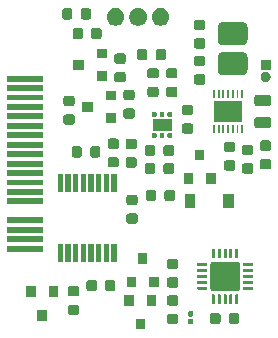
<source format=gbr>
G04 #@! TF.GenerationSoftware,KiCad,Pcbnew,(5.1.5)-3*
G04 #@! TF.CreationDate,2020-08-08T14:50:29-04:00*
G04 #@! TF.ProjectId,SmartWatch V5,536d6172-7457-4617-9463-682056352e6b,rev?*
G04 #@! TF.SameCoordinates,Original*
G04 #@! TF.FileFunction,Soldermask,Bot*
G04 #@! TF.FilePolarity,Negative*
%FSLAX46Y46*%
G04 Gerber Fmt 4.6, Leading zero omitted, Abs format (unit mm)*
G04 Created by KiCad (PCBNEW (5.1.5)-3) date 2020-08-08 14:50:29*
%MOMM*%
%LPD*%
G04 APERTURE LIST*
%ADD10C,0.100000*%
G04 APERTURE END LIST*
D10*
G36*
X93557000Y-98335000D02*
G01*
X92757000Y-98335000D01*
X92757000Y-97435000D01*
X93557000Y-97435000D01*
X93557000Y-98335000D01*
G37*
G36*
X96185933Y-97026679D02*
G01*
X96226497Y-97038984D01*
X96263880Y-97058966D01*
X96296645Y-97085855D01*
X96323534Y-97118620D01*
X96343516Y-97156003D01*
X96355821Y-97196567D01*
X96360000Y-97238996D01*
X96360000Y-97681004D01*
X96355821Y-97723433D01*
X96343516Y-97763997D01*
X96323534Y-97801380D01*
X96296645Y-97834145D01*
X96263880Y-97861034D01*
X96226497Y-97881016D01*
X96185933Y-97893321D01*
X96143504Y-97897500D01*
X95626496Y-97897500D01*
X95584067Y-97893321D01*
X95543503Y-97881016D01*
X95506120Y-97861034D01*
X95473355Y-97834145D01*
X95446466Y-97801380D01*
X95426484Y-97763997D01*
X95414179Y-97723433D01*
X95410000Y-97681004D01*
X95410000Y-97238996D01*
X95414179Y-97196567D01*
X95426484Y-97156003D01*
X95446466Y-97118620D01*
X95473355Y-97085855D01*
X95506120Y-97058966D01*
X95543503Y-97038984D01*
X95584067Y-97026679D01*
X95626496Y-97022500D01*
X96143504Y-97022500D01*
X96185933Y-97026679D01*
G37*
G36*
X97530516Y-97434897D02*
G01*
X97548801Y-97440444D01*
X97565658Y-97449454D01*
X97580426Y-97461574D01*
X97592546Y-97476342D01*
X97601556Y-97493199D01*
X97607103Y-97511484D01*
X97609000Y-97530746D01*
X97609000Y-97795254D01*
X97607103Y-97814516D01*
X97601556Y-97832801D01*
X97592546Y-97849658D01*
X97580426Y-97864426D01*
X97565658Y-97876546D01*
X97548801Y-97885556D01*
X97530516Y-97891103D01*
X97511254Y-97893000D01*
X97306746Y-97893000D01*
X97287484Y-97891103D01*
X97269199Y-97885556D01*
X97252342Y-97876546D01*
X97237574Y-97864426D01*
X97225454Y-97849658D01*
X97216444Y-97832801D01*
X97210897Y-97814516D01*
X97209000Y-97795254D01*
X97209000Y-97530746D01*
X97210897Y-97511484D01*
X97216444Y-97493199D01*
X97225454Y-97476342D01*
X97237574Y-97461574D01*
X97252342Y-97449454D01*
X97269199Y-97440444D01*
X97287484Y-97434897D01*
X97306746Y-97433000D01*
X97511254Y-97433000D01*
X97530516Y-97434897D01*
G37*
G36*
X101355433Y-96938179D02*
G01*
X101395997Y-96950484D01*
X101433380Y-96970466D01*
X101466145Y-96997355D01*
X101493034Y-97030120D01*
X101513016Y-97067503D01*
X101525321Y-97108067D01*
X101529500Y-97150496D01*
X101529500Y-97667504D01*
X101525321Y-97709933D01*
X101513016Y-97750497D01*
X101493034Y-97787880D01*
X101466145Y-97820645D01*
X101433380Y-97847534D01*
X101395997Y-97867516D01*
X101355433Y-97879821D01*
X101313004Y-97884000D01*
X100870996Y-97884000D01*
X100828567Y-97879821D01*
X100788003Y-97867516D01*
X100750620Y-97847534D01*
X100717855Y-97820645D01*
X100690966Y-97787880D01*
X100670984Y-97750497D01*
X100658679Y-97709933D01*
X100654500Y-97667504D01*
X100654500Y-97150496D01*
X100658679Y-97108067D01*
X100670984Y-97067503D01*
X100690966Y-97030120D01*
X100717855Y-96997355D01*
X100750620Y-96970466D01*
X100788003Y-96950484D01*
X100828567Y-96938179D01*
X100870996Y-96934000D01*
X101313004Y-96934000D01*
X101355433Y-96938179D01*
G37*
G36*
X99780433Y-96938179D02*
G01*
X99820997Y-96950484D01*
X99858380Y-96970466D01*
X99891145Y-96997355D01*
X99918034Y-97030120D01*
X99938016Y-97067503D01*
X99950321Y-97108067D01*
X99954500Y-97150496D01*
X99954500Y-97667504D01*
X99950321Y-97709933D01*
X99938016Y-97750497D01*
X99918034Y-97787880D01*
X99891145Y-97820645D01*
X99858380Y-97847534D01*
X99820997Y-97867516D01*
X99780433Y-97879821D01*
X99738004Y-97884000D01*
X99295996Y-97884000D01*
X99253567Y-97879821D01*
X99213003Y-97867516D01*
X99175620Y-97847534D01*
X99142855Y-97820645D01*
X99115966Y-97787880D01*
X99095984Y-97750497D01*
X99083679Y-97709933D01*
X99079500Y-97667504D01*
X99079500Y-97150496D01*
X99083679Y-97108067D01*
X99095984Y-97067503D01*
X99115966Y-97030120D01*
X99142855Y-96997355D01*
X99175620Y-96970466D01*
X99213003Y-96950484D01*
X99253567Y-96938179D01*
X99295996Y-96934000D01*
X99738004Y-96934000D01*
X99780433Y-96938179D01*
G37*
G36*
X85236000Y-97589000D02*
G01*
X84436000Y-97589000D01*
X84436000Y-96689000D01*
X85236000Y-96689000D01*
X85236000Y-97589000D01*
G37*
G36*
X97530516Y-96794897D02*
G01*
X97548801Y-96800444D01*
X97565658Y-96809454D01*
X97580426Y-96821574D01*
X97592546Y-96836342D01*
X97601556Y-96853199D01*
X97607103Y-96871484D01*
X97609000Y-96890746D01*
X97609000Y-97155254D01*
X97607103Y-97174516D01*
X97601556Y-97192801D01*
X97592546Y-97209658D01*
X97580426Y-97224426D01*
X97565658Y-97236546D01*
X97548801Y-97245556D01*
X97530516Y-97251103D01*
X97511254Y-97253000D01*
X97306746Y-97253000D01*
X97287484Y-97251103D01*
X97269199Y-97245556D01*
X97252342Y-97236546D01*
X97237574Y-97224426D01*
X97225454Y-97209658D01*
X97216444Y-97192801D01*
X97210897Y-97174516D01*
X97209000Y-97155254D01*
X97209000Y-96890746D01*
X97210897Y-96871484D01*
X97216444Y-96853199D01*
X97225454Y-96836342D01*
X97237574Y-96821574D01*
X97252342Y-96809454D01*
X97269199Y-96800444D01*
X97287484Y-96794897D01*
X97306746Y-96793000D01*
X97511254Y-96793000D01*
X97530516Y-96794897D01*
G37*
G36*
X87803933Y-96239179D02*
G01*
X87844497Y-96251484D01*
X87881880Y-96271466D01*
X87914645Y-96298355D01*
X87941534Y-96331120D01*
X87961516Y-96368503D01*
X87973821Y-96409067D01*
X87978000Y-96451496D01*
X87978000Y-96893504D01*
X87973821Y-96935933D01*
X87961516Y-96976497D01*
X87941534Y-97013880D01*
X87914645Y-97046645D01*
X87881880Y-97073534D01*
X87844497Y-97093516D01*
X87803933Y-97105821D01*
X87761504Y-97110000D01*
X87244496Y-97110000D01*
X87202067Y-97105821D01*
X87161503Y-97093516D01*
X87124120Y-97073534D01*
X87091355Y-97046645D01*
X87064466Y-97013880D01*
X87044484Y-96976497D01*
X87032179Y-96935933D01*
X87028000Y-96893504D01*
X87028000Y-96451496D01*
X87032179Y-96409067D01*
X87044484Y-96368503D01*
X87064466Y-96331120D01*
X87091355Y-96298355D01*
X87124120Y-96271466D01*
X87161503Y-96251484D01*
X87202067Y-96239179D01*
X87244496Y-96235000D01*
X87761504Y-96235000D01*
X87803933Y-96239179D01*
G37*
G36*
X94507000Y-96335000D02*
G01*
X93707000Y-96335000D01*
X93707000Y-95435000D01*
X94507000Y-95435000D01*
X94507000Y-96335000D01*
G37*
G36*
X92607000Y-96335000D02*
G01*
X91807000Y-96335000D01*
X91807000Y-95435000D01*
X92607000Y-95435000D01*
X92607000Y-96335000D01*
G37*
G36*
X96185933Y-95451679D02*
G01*
X96226497Y-95463984D01*
X96263880Y-95483966D01*
X96296645Y-95510855D01*
X96323534Y-95543620D01*
X96343516Y-95581003D01*
X96355821Y-95621567D01*
X96360000Y-95663996D01*
X96360000Y-96106004D01*
X96355821Y-96148433D01*
X96343516Y-96188997D01*
X96323534Y-96226380D01*
X96296645Y-96259145D01*
X96263880Y-96286034D01*
X96226497Y-96306016D01*
X96185933Y-96318321D01*
X96143504Y-96322500D01*
X95626496Y-96322500D01*
X95584067Y-96318321D01*
X95543503Y-96306016D01*
X95506120Y-96286034D01*
X95473355Y-96259145D01*
X95446466Y-96226380D01*
X95426484Y-96188997D01*
X95414179Y-96148433D01*
X95410000Y-96106004D01*
X95410000Y-95663996D01*
X95414179Y-95621567D01*
X95426484Y-95581003D01*
X95446466Y-95543620D01*
X95473355Y-95510855D01*
X95506120Y-95483966D01*
X95543503Y-95463984D01*
X95584067Y-95451679D01*
X95626496Y-95447500D01*
X96143504Y-95447500D01*
X96185933Y-95451679D01*
G37*
G36*
X101406700Y-95379177D02*
G01*
X101417953Y-95382590D01*
X101428320Y-95388131D01*
X101437409Y-95395591D01*
X101444869Y-95404680D01*
X101450410Y-95415047D01*
X101453823Y-95426300D01*
X101455000Y-95438246D01*
X101455000Y-96142754D01*
X101453823Y-96154700D01*
X101450410Y-96165953D01*
X101444869Y-96176320D01*
X101437409Y-96185409D01*
X101428320Y-96192869D01*
X101417953Y-96198410D01*
X101406700Y-96201823D01*
X101394754Y-96203000D01*
X101265246Y-96203000D01*
X101253300Y-96201823D01*
X101242047Y-96198410D01*
X101231680Y-96192869D01*
X101222591Y-96185409D01*
X101215131Y-96176320D01*
X101209590Y-96165953D01*
X101206177Y-96154700D01*
X101205000Y-96142754D01*
X101205000Y-95438246D01*
X101206177Y-95426300D01*
X101209590Y-95415047D01*
X101215131Y-95404680D01*
X101222591Y-95395591D01*
X101231680Y-95388131D01*
X101242047Y-95382590D01*
X101253300Y-95379177D01*
X101265246Y-95378000D01*
X101394754Y-95378000D01*
X101406700Y-95379177D01*
G37*
G36*
X100906700Y-95379177D02*
G01*
X100917953Y-95382590D01*
X100928320Y-95388131D01*
X100937409Y-95395591D01*
X100944869Y-95404680D01*
X100950410Y-95415047D01*
X100953823Y-95426300D01*
X100955000Y-95438246D01*
X100955000Y-96142754D01*
X100953823Y-96154700D01*
X100950410Y-96165953D01*
X100944869Y-96176320D01*
X100937409Y-96185409D01*
X100928320Y-96192869D01*
X100917953Y-96198410D01*
X100906700Y-96201823D01*
X100894754Y-96203000D01*
X100765246Y-96203000D01*
X100753300Y-96201823D01*
X100742047Y-96198410D01*
X100731680Y-96192869D01*
X100722591Y-96185409D01*
X100715131Y-96176320D01*
X100709590Y-96165953D01*
X100706177Y-96154700D01*
X100705000Y-96142754D01*
X100705000Y-95438246D01*
X100706177Y-95426300D01*
X100709590Y-95415047D01*
X100715131Y-95404680D01*
X100722591Y-95395591D01*
X100731680Y-95388131D01*
X100742047Y-95382590D01*
X100753300Y-95379177D01*
X100765246Y-95378000D01*
X100894754Y-95378000D01*
X100906700Y-95379177D01*
G37*
G36*
X100406700Y-95379177D02*
G01*
X100417953Y-95382590D01*
X100428320Y-95388131D01*
X100437409Y-95395591D01*
X100444869Y-95404680D01*
X100450410Y-95415047D01*
X100453823Y-95426300D01*
X100455000Y-95438246D01*
X100455000Y-96142754D01*
X100453823Y-96154700D01*
X100450410Y-96165953D01*
X100444869Y-96176320D01*
X100437409Y-96185409D01*
X100428320Y-96192869D01*
X100417953Y-96198410D01*
X100406700Y-96201823D01*
X100394754Y-96203000D01*
X100265246Y-96203000D01*
X100253300Y-96201823D01*
X100242047Y-96198410D01*
X100231680Y-96192869D01*
X100222591Y-96185409D01*
X100215131Y-96176320D01*
X100209590Y-96165953D01*
X100206177Y-96154700D01*
X100205000Y-96142754D01*
X100205000Y-95438246D01*
X100206177Y-95426300D01*
X100209590Y-95415047D01*
X100215131Y-95404680D01*
X100222591Y-95395591D01*
X100231680Y-95388131D01*
X100242047Y-95382590D01*
X100253300Y-95379177D01*
X100265246Y-95378000D01*
X100394754Y-95378000D01*
X100406700Y-95379177D01*
G37*
G36*
X99906700Y-95379177D02*
G01*
X99917953Y-95382590D01*
X99928320Y-95388131D01*
X99937409Y-95395591D01*
X99944869Y-95404680D01*
X99950410Y-95415047D01*
X99953823Y-95426300D01*
X99955000Y-95438246D01*
X99955000Y-96142754D01*
X99953823Y-96154700D01*
X99950410Y-96165953D01*
X99944869Y-96176320D01*
X99937409Y-96185409D01*
X99928320Y-96192869D01*
X99917953Y-96198410D01*
X99906700Y-96201823D01*
X99894754Y-96203000D01*
X99765246Y-96203000D01*
X99753300Y-96201823D01*
X99742047Y-96198410D01*
X99731680Y-96192869D01*
X99722591Y-96185409D01*
X99715131Y-96176320D01*
X99709590Y-96165953D01*
X99706177Y-96154700D01*
X99705000Y-96142754D01*
X99705000Y-95438246D01*
X99706177Y-95426300D01*
X99709590Y-95415047D01*
X99715131Y-95404680D01*
X99722591Y-95395591D01*
X99731680Y-95388131D01*
X99742047Y-95382590D01*
X99753300Y-95379177D01*
X99765246Y-95378000D01*
X99894754Y-95378000D01*
X99906700Y-95379177D01*
G37*
G36*
X99406700Y-95379177D02*
G01*
X99417953Y-95382590D01*
X99428320Y-95388131D01*
X99437409Y-95395591D01*
X99444869Y-95404680D01*
X99450410Y-95415047D01*
X99453823Y-95426300D01*
X99455000Y-95438246D01*
X99455000Y-96142754D01*
X99453823Y-96154700D01*
X99450410Y-96165953D01*
X99444869Y-96176320D01*
X99437409Y-96185409D01*
X99428320Y-96192869D01*
X99417953Y-96198410D01*
X99406700Y-96201823D01*
X99394754Y-96203000D01*
X99265246Y-96203000D01*
X99253300Y-96201823D01*
X99242047Y-96198410D01*
X99231680Y-96192869D01*
X99222591Y-96185409D01*
X99215131Y-96176320D01*
X99209590Y-96165953D01*
X99206177Y-96154700D01*
X99205000Y-96142754D01*
X99205000Y-95438246D01*
X99206177Y-95426300D01*
X99209590Y-95415047D01*
X99215131Y-95404680D01*
X99222591Y-95395591D01*
X99231680Y-95388131D01*
X99242047Y-95382590D01*
X99253300Y-95379177D01*
X99265246Y-95378000D01*
X99394754Y-95378000D01*
X99406700Y-95379177D01*
G37*
G36*
X84286000Y-95589000D02*
G01*
X83486000Y-95589000D01*
X83486000Y-94689000D01*
X84286000Y-94689000D01*
X84286000Y-95589000D01*
G37*
G36*
X86186000Y-95589000D02*
G01*
X85386000Y-95589000D01*
X85386000Y-94689000D01*
X86186000Y-94689000D01*
X86186000Y-95589000D01*
G37*
G36*
X87803933Y-94664179D02*
G01*
X87844497Y-94676484D01*
X87881880Y-94696466D01*
X87914645Y-94723355D01*
X87941534Y-94756120D01*
X87961516Y-94793503D01*
X87973821Y-94834067D01*
X87978000Y-94876496D01*
X87978000Y-95318504D01*
X87973821Y-95360933D01*
X87961516Y-95401497D01*
X87941534Y-95438880D01*
X87914645Y-95471645D01*
X87881880Y-95498534D01*
X87844497Y-95518516D01*
X87803933Y-95530821D01*
X87761504Y-95535000D01*
X87244496Y-95535000D01*
X87202067Y-95530821D01*
X87161503Y-95518516D01*
X87124120Y-95498534D01*
X87091355Y-95471645D01*
X87064466Y-95438880D01*
X87044484Y-95401497D01*
X87032179Y-95360933D01*
X87028000Y-95318504D01*
X87028000Y-94876496D01*
X87032179Y-94834067D01*
X87044484Y-94793503D01*
X87064466Y-94756120D01*
X87091355Y-94723355D01*
X87124120Y-94696466D01*
X87161503Y-94676484D01*
X87202067Y-94664179D01*
X87244496Y-94660000D01*
X87761504Y-94660000D01*
X87803933Y-94664179D01*
G37*
G36*
X101381986Y-92607751D02*
G01*
X101428129Y-92621748D01*
X101470661Y-92644481D01*
X101507931Y-92675069D01*
X101538519Y-92712339D01*
X101561252Y-92754871D01*
X101575249Y-92801014D01*
X101580000Y-92849246D01*
X101580000Y-94856754D01*
X101575249Y-94904986D01*
X101561252Y-94951129D01*
X101538519Y-94993661D01*
X101507931Y-95030931D01*
X101470661Y-95061519D01*
X101428129Y-95084252D01*
X101381986Y-95098249D01*
X101333754Y-95103000D01*
X99326246Y-95103000D01*
X99278014Y-95098249D01*
X99231871Y-95084252D01*
X99189339Y-95061519D01*
X99152069Y-95030931D01*
X99121481Y-94993661D01*
X99098748Y-94951129D01*
X99084751Y-94904986D01*
X99080000Y-94856754D01*
X99080000Y-92849246D01*
X99084751Y-92801014D01*
X99098748Y-92754871D01*
X99121481Y-92712339D01*
X99152069Y-92675069D01*
X99189339Y-92644481D01*
X99231871Y-92621748D01*
X99278014Y-92607751D01*
X99326246Y-92603000D01*
X101333754Y-92603000D01*
X101381986Y-92607751D01*
G37*
G36*
X90865433Y-94144179D02*
G01*
X90905997Y-94156484D01*
X90943380Y-94176466D01*
X90976145Y-94203355D01*
X91003034Y-94236120D01*
X91023016Y-94273503D01*
X91035321Y-94314067D01*
X91039500Y-94356496D01*
X91039500Y-94873504D01*
X91035321Y-94915933D01*
X91023016Y-94956497D01*
X91003034Y-94993880D01*
X90976145Y-95026645D01*
X90943380Y-95053534D01*
X90905997Y-95073516D01*
X90865433Y-95085821D01*
X90823004Y-95090000D01*
X90380996Y-95090000D01*
X90338567Y-95085821D01*
X90298003Y-95073516D01*
X90260620Y-95053534D01*
X90227855Y-95026645D01*
X90200966Y-94993880D01*
X90180984Y-94956497D01*
X90168679Y-94915933D01*
X90164500Y-94873504D01*
X90164500Y-94356496D01*
X90168679Y-94314067D01*
X90180984Y-94273503D01*
X90200966Y-94236120D01*
X90227855Y-94203355D01*
X90260620Y-94176466D01*
X90298003Y-94156484D01*
X90338567Y-94144179D01*
X90380996Y-94140000D01*
X90823004Y-94140000D01*
X90865433Y-94144179D01*
G37*
G36*
X89290433Y-94144179D02*
G01*
X89330997Y-94156484D01*
X89368380Y-94176466D01*
X89401145Y-94203355D01*
X89428034Y-94236120D01*
X89448016Y-94273503D01*
X89460321Y-94314067D01*
X89464500Y-94356496D01*
X89464500Y-94873504D01*
X89460321Y-94915933D01*
X89448016Y-94956497D01*
X89428034Y-94993880D01*
X89401145Y-95026645D01*
X89368380Y-95053534D01*
X89330997Y-95073516D01*
X89290433Y-95085821D01*
X89248004Y-95090000D01*
X88805996Y-95090000D01*
X88763567Y-95085821D01*
X88723003Y-95073516D01*
X88685620Y-95053534D01*
X88652855Y-95026645D01*
X88625966Y-94993880D01*
X88605984Y-94956497D01*
X88593679Y-94915933D01*
X88589500Y-94873504D01*
X88589500Y-94356496D01*
X88593679Y-94314067D01*
X88605984Y-94273503D01*
X88625966Y-94236120D01*
X88652855Y-94203355D01*
X88685620Y-94176466D01*
X88723003Y-94156484D01*
X88763567Y-94144179D01*
X88805996Y-94140000D01*
X89248004Y-94140000D01*
X89290433Y-94144179D01*
G37*
G36*
X102631700Y-94729177D02*
G01*
X102642953Y-94732590D01*
X102653320Y-94738131D01*
X102662409Y-94745591D01*
X102669869Y-94754680D01*
X102675410Y-94765047D01*
X102678823Y-94776300D01*
X102680000Y-94788246D01*
X102680000Y-94917754D01*
X102678823Y-94929700D01*
X102675410Y-94940953D01*
X102669869Y-94951320D01*
X102662409Y-94960409D01*
X102653320Y-94967869D01*
X102642953Y-94973410D01*
X102631700Y-94976823D01*
X102619754Y-94978000D01*
X101915246Y-94978000D01*
X101903300Y-94976823D01*
X101892047Y-94973410D01*
X101881680Y-94967869D01*
X101872591Y-94960409D01*
X101865131Y-94951320D01*
X101859590Y-94940953D01*
X101856177Y-94929700D01*
X101855000Y-94917754D01*
X101855000Y-94788246D01*
X101856177Y-94776300D01*
X101859590Y-94765047D01*
X101865131Y-94754680D01*
X101872591Y-94745591D01*
X101881680Y-94738131D01*
X101892047Y-94732590D01*
X101903300Y-94729177D01*
X101915246Y-94728000D01*
X102619754Y-94728000D01*
X102631700Y-94729177D01*
G37*
G36*
X98756700Y-94729177D02*
G01*
X98767953Y-94732590D01*
X98778320Y-94738131D01*
X98787409Y-94745591D01*
X98794869Y-94754680D01*
X98800410Y-94765047D01*
X98803823Y-94776300D01*
X98805000Y-94788246D01*
X98805000Y-94917754D01*
X98803823Y-94929700D01*
X98800410Y-94940953D01*
X98794869Y-94951320D01*
X98787409Y-94960409D01*
X98778320Y-94967869D01*
X98767953Y-94973410D01*
X98756700Y-94976823D01*
X98744754Y-94978000D01*
X98040246Y-94978000D01*
X98028300Y-94976823D01*
X98017047Y-94973410D01*
X98006680Y-94967869D01*
X97997591Y-94960409D01*
X97990131Y-94951320D01*
X97984590Y-94940953D01*
X97981177Y-94929700D01*
X97980000Y-94917754D01*
X97980000Y-94788246D01*
X97981177Y-94776300D01*
X97984590Y-94765047D01*
X97990131Y-94754680D01*
X97997591Y-94745591D01*
X98006680Y-94738131D01*
X98017047Y-94732590D01*
X98028300Y-94729177D01*
X98040246Y-94728000D01*
X98744754Y-94728000D01*
X98756700Y-94729177D01*
G37*
G36*
X96185933Y-93927679D02*
G01*
X96226497Y-93939984D01*
X96263880Y-93959966D01*
X96296645Y-93986855D01*
X96323534Y-94019620D01*
X96343516Y-94057003D01*
X96355821Y-94097567D01*
X96360000Y-94139996D01*
X96360000Y-94582004D01*
X96355821Y-94624433D01*
X96343516Y-94664997D01*
X96323534Y-94702380D01*
X96296645Y-94735145D01*
X96263880Y-94762034D01*
X96226497Y-94782016D01*
X96185933Y-94794321D01*
X96143504Y-94798500D01*
X95626496Y-94798500D01*
X95584067Y-94794321D01*
X95543503Y-94782016D01*
X95506120Y-94762034D01*
X95473355Y-94735145D01*
X95446466Y-94702380D01*
X95426484Y-94664997D01*
X95414179Y-94624433D01*
X95410000Y-94582004D01*
X95410000Y-94139996D01*
X95414179Y-94097567D01*
X95426484Y-94057003D01*
X95446466Y-94019620D01*
X95473355Y-93986855D01*
X95506120Y-93959966D01*
X95543503Y-93939984D01*
X95584067Y-93927679D01*
X95626496Y-93923500D01*
X96143504Y-93923500D01*
X96185933Y-93927679D01*
G37*
G36*
X94695000Y-94779000D02*
G01*
X93895000Y-94779000D01*
X93895000Y-93879000D01*
X94695000Y-93879000D01*
X94695000Y-94779000D01*
G37*
G36*
X92795000Y-94779000D02*
G01*
X91995000Y-94779000D01*
X91995000Y-93879000D01*
X92795000Y-93879000D01*
X92795000Y-94779000D01*
G37*
G36*
X98756700Y-94229177D02*
G01*
X98767953Y-94232590D01*
X98778320Y-94238131D01*
X98787409Y-94245591D01*
X98794869Y-94254680D01*
X98800410Y-94265047D01*
X98803823Y-94276300D01*
X98805000Y-94288246D01*
X98805000Y-94417754D01*
X98803823Y-94429700D01*
X98800410Y-94440953D01*
X98794869Y-94451320D01*
X98787409Y-94460409D01*
X98778320Y-94467869D01*
X98767953Y-94473410D01*
X98756700Y-94476823D01*
X98744754Y-94478000D01*
X98040246Y-94478000D01*
X98028300Y-94476823D01*
X98017047Y-94473410D01*
X98006680Y-94467869D01*
X97997591Y-94460409D01*
X97990131Y-94451320D01*
X97984590Y-94440953D01*
X97981177Y-94429700D01*
X97980000Y-94417754D01*
X97980000Y-94288246D01*
X97981177Y-94276300D01*
X97984590Y-94265047D01*
X97990131Y-94254680D01*
X97997591Y-94245591D01*
X98006680Y-94238131D01*
X98017047Y-94232590D01*
X98028300Y-94229177D01*
X98040246Y-94228000D01*
X98744754Y-94228000D01*
X98756700Y-94229177D01*
G37*
G36*
X102631700Y-94229177D02*
G01*
X102642953Y-94232590D01*
X102653320Y-94238131D01*
X102662409Y-94245591D01*
X102669869Y-94254680D01*
X102675410Y-94265047D01*
X102678823Y-94276300D01*
X102680000Y-94288246D01*
X102680000Y-94417754D01*
X102678823Y-94429700D01*
X102675410Y-94440953D01*
X102669869Y-94451320D01*
X102662409Y-94460409D01*
X102653320Y-94467869D01*
X102642953Y-94473410D01*
X102631700Y-94476823D01*
X102619754Y-94478000D01*
X101915246Y-94478000D01*
X101903300Y-94476823D01*
X101892047Y-94473410D01*
X101881680Y-94467869D01*
X101872591Y-94460409D01*
X101865131Y-94451320D01*
X101859590Y-94440953D01*
X101856177Y-94429700D01*
X101855000Y-94417754D01*
X101855000Y-94288246D01*
X101856177Y-94276300D01*
X101859590Y-94265047D01*
X101865131Y-94254680D01*
X101872591Y-94245591D01*
X101881680Y-94238131D01*
X101892047Y-94232590D01*
X101903300Y-94229177D01*
X101915246Y-94228000D01*
X102619754Y-94228000D01*
X102631700Y-94229177D01*
G37*
G36*
X102631700Y-93729177D02*
G01*
X102642953Y-93732590D01*
X102653320Y-93738131D01*
X102662409Y-93745591D01*
X102669869Y-93754680D01*
X102675410Y-93765047D01*
X102678823Y-93776300D01*
X102680000Y-93788246D01*
X102680000Y-93917754D01*
X102678823Y-93929700D01*
X102675410Y-93940953D01*
X102669869Y-93951320D01*
X102662409Y-93960409D01*
X102653320Y-93967869D01*
X102642953Y-93973410D01*
X102631700Y-93976823D01*
X102619754Y-93978000D01*
X101915246Y-93978000D01*
X101903300Y-93976823D01*
X101892047Y-93973410D01*
X101881680Y-93967869D01*
X101872591Y-93960409D01*
X101865131Y-93951320D01*
X101859590Y-93940953D01*
X101856177Y-93929700D01*
X101855000Y-93917754D01*
X101855000Y-93788246D01*
X101856177Y-93776300D01*
X101859590Y-93765047D01*
X101865131Y-93754680D01*
X101872591Y-93745591D01*
X101881680Y-93738131D01*
X101892047Y-93732590D01*
X101903300Y-93729177D01*
X101915246Y-93728000D01*
X102619754Y-93728000D01*
X102631700Y-93729177D01*
G37*
G36*
X98756700Y-93729177D02*
G01*
X98767953Y-93732590D01*
X98778320Y-93738131D01*
X98787409Y-93745591D01*
X98794869Y-93754680D01*
X98800410Y-93765047D01*
X98803823Y-93776300D01*
X98805000Y-93788246D01*
X98805000Y-93917754D01*
X98803823Y-93929700D01*
X98800410Y-93940953D01*
X98794869Y-93951320D01*
X98787409Y-93960409D01*
X98778320Y-93967869D01*
X98767953Y-93973410D01*
X98756700Y-93976823D01*
X98744754Y-93978000D01*
X98040246Y-93978000D01*
X98028300Y-93976823D01*
X98017047Y-93973410D01*
X98006680Y-93967869D01*
X97997591Y-93960409D01*
X97990131Y-93951320D01*
X97984590Y-93940953D01*
X97981177Y-93929700D01*
X97980000Y-93917754D01*
X97980000Y-93788246D01*
X97981177Y-93776300D01*
X97984590Y-93765047D01*
X97990131Y-93754680D01*
X97997591Y-93745591D01*
X98006680Y-93738131D01*
X98017047Y-93732590D01*
X98028300Y-93729177D01*
X98040246Y-93728000D01*
X98744754Y-93728000D01*
X98756700Y-93729177D01*
G37*
G36*
X98756700Y-93229177D02*
G01*
X98767953Y-93232590D01*
X98778320Y-93238131D01*
X98787409Y-93245591D01*
X98794869Y-93254680D01*
X98800410Y-93265047D01*
X98803823Y-93276300D01*
X98805000Y-93288246D01*
X98805000Y-93417754D01*
X98803823Y-93429700D01*
X98800410Y-93440953D01*
X98794869Y-93451320D01*
X98787409Y-93460409D01*
X98778320Y-93467869D01*
X98767953Y-93473410D01*
X98756700Y-93476823D01*
X98744754Y-93478000D01*
X98040246Y-93478000D01*
X98028300Y-93476823D01*
X98017047Y-93473410D01*
X98006680Y-93467869D01*
X97997591Y-93460409D01*
X97990131Y-93451320D01*
X97984590Y-93440953D01*
X97981177Y-93429700D01*
X97980000Y-93417754D01*
X97980000Y-93288246D01*
X97981177Y-93276300D01*
X97984590Y-93265047D01*
X97990131Y-93254680D01*
X97997591Y-93245591D01*
X98006680Y-93238131D01*
X98017047Y-93232590D01*
X98028300Y-93229177D01*
X98040246Y-93228000D01*
X98744754Y-93228000D01*
X98756700Y-93229177D01*
G37*
G36*
X102631700Y-93229177D02*
G01*
X102642953Y-93232590D01*
X102653320Y-93238131D01*
X102662409Y-93245591D01*
X102669869Y-93254680D01*
X102675410Y-93265047D01*
X102678823Y-93276300D01*
X102680000Y-93288246D01*
X102680000Y-93417754D01*
X102678823Y-93429700D01*
X102675410Y-93440953D01*
X102669869Y-93451320D01*
X102662409Y-93460409D01*
X102653320Y-93467869D01*
X102642953Y-93473410D01*
X102631700Y-93476823D01*
X102619754Y-93478000D01*
X101915246Y-93478000D01*
X101903300Y-93476823D01*
X101892047Y-93473410D01*
X101881680Y-93467869D01*
X101872591Y-93460409D01*
X101865131Y-93451320D01*
X101859590Y-93440953D01*
X101856177Y-93429700D01*
X101855000Y-93417754D01*
X101855000Y-93288246D01*
X101856177Y-93276300D01*
X101859590Y-93265047D01*
X101865131Y-93254680D01*
X101872591Y-93245591D01*
X101881680Y-93238131D01*
X101892047Y-93232590D01*
X101903300Y-93229177D01*
X101915246Y-93228000D01*
X102619754Y-93228000D01*
X102631700Y-93229177D01*
G37*
G36*
X96185933Y-92352679D02*
G01*
X96226497Y-92364984D01*
X96263880Y-92384966D01*
X96296645Y-92411855D01*
X96323534Y-92444620D01*
X96343516Y-92482003D01*
X96355821Y-92522567D01*
X96360000Y-92564996D01*
X96360000Y-93007004D01*
X96355821Y-93049433D01*
X96343516Y-93089997D01*
X96323534Y-93127380D01*
X96296645Y-93160145D01*
X96263880Y-93187034D01*
X96226497Y-93207016D01*
X96185933Y-93219321D01*
X96143504Y-93223500D01*
X95626496Y-93223500D01*
X95584067Y-93219321D01*
X95543503Y-93207016D01*
X95506120Y-93187034D01*
X95473355Y-93160145D01*
X95446466Y-93127380D01*
X95426484Y-93089997D01*
X95414179Y-93049433D01*
X95410000Y-93007004D01*
X95410000Y-92564996D01*
X95414179Y-92522567D01*
X95426484Y-92482003D01*
X95446466Y-92444620D01*
X95473355Y-92411855D01*
X95506120Y-92384966D01*
X95543503Y-92364984D01*
X95584067Y-92352679D01*
X95626496Y-92348500D01*
X96143504Y-92348500D01*
X96185933Y-92352679D01*
G37*
G36*
X98756700Y-92729177D02*
G01*
X98767953Y-92732590D01*
X98778320Y-92738131D01*
X98787409Y-92745591D01*
X98794869Y-92754680D01*
X98800410Y-92765047D01*
X98803823Y-92776300D01*
X98805000Y-92788246D01*
X98805000Y-92917754D01*
X98803823Y-92929700D01*
X98800410Y-92940953D01*
X98794869Y-92951320D01*
X98787409Y-92960409D01*
X98778320Y-92967869D01*
X98767953Y-92973410D01*
X98756700Y-92976823D01*
X98744754Y-92978000D01*
X98040246Y-92978000D01*
X98028300Y-92976823D01*
X98017047Y-92973410D01*
X98006680Y-92967869D01*
X97997591Y-92960409D01*
X97990131Y-92951320D01*
X97984590Y-92940953D01*
X97981177Y-92929700D01*
X97980000Y-92917754D01*
X97980000Y-92788246D01*
X97981177Y-92776300D01*
X97984590Y-92765047D01*
X97990131Y-92754680D01*
X97997591Y-92745591D01*
X98006680Y-92738131D01*
X98017047Y-92732590D01*
X98028300Y-92729177D01*
X98040246Y-92728000D01*
X98744754Y-92728000D01*
X98756700Y-92729177D01*
G37*
G36*
X102631700Y-92729177D02*
G01*
X102642953Y-92732590D01*
X102653320Y-92738131D01*
X102662409Y-92745591D01*
X102669869Y-92754680D01*
X102675410Y-92765047D01*
X102678823Y-92776300D01*
X102680000Y-92788246D01*
X102680000Y-92917754D01*
X102678823Y-92929700D01*
X102675410Y-92940953D01*
X102669869Y-92951320D01*
X102662409Y-92960409D01*
X102653320Y-92967869D01*
X102642953Y-92973410D01*
X102631700Y-92976823D01*
X102619754Y-92978000D01*
X101915246Y-92978000D01*
X101903300Y-92976823D01*
X101892047Y-92973410D01*
X101881680Y-92967869D01*
X101872591Y-92960409D01*
X101865131Y-92951320D01*
X101859590Y-92940953D01*
X101856177Y-92929700D01*
X101855000Y-92917754D01*
X101855000Y-92788246D01*
X101856177Y-92776300D01*
X101859590Y-92765047D01*
X101865131Y-92754680D01*
X101872591Y-92745591D01*
X101881680Y-92738131D01*
X101892047Y-92732590D01*
X101903300Y-92729177D01*
X101915246Y-92728000D01*
X102619754Y-92728000D01*
X102631700Y-92729177D01*
G37*
G36*
X93745000Y-92779000D02*
G01*
X92945000Y-92779000D01*
X92945000Y-91879000D01*
X93745000Y-91879000D01*
X93745000Y-92779000D01*
G37*
G36*
X91146000Y-92600000D02*
G01*
X90696000Y-92600000D01*
X90696000Y-91100000D01*
X91146000Y-91100000D01*
X91146000Y-92600000D01*
G37*
G36*
X90496000Y-92600000D02*
G01*
X90046000Y-92600000D01*
X90046000Y-91100000D01*
X90496000Y-91100000D01*
X90496000Y-92600000D01*
G37*
G36*
X89846000Y-92600000D02*
G01*
X89396000Y-92600000D01*
X89396000Y-91100000D01*
X89846000Y-91100000D01*
X89846000Y-92600000D01*
G37*
G36*
X88546000Y-92600000D02*
G01*
X88096000Y-92600000D01*
X88096000Y-91100000D01*
X88546000Y-91100000D01*
X88546000Y-92600000D01*
G37*
G36*
X87246000Y-92600000D02*
G01*
X86796000Y-92600000D01*
X86796000Y-91100000D01*
X87246000Y-91100000D01*
X87246000Y-92600000D01*
G37*
G36*
X87896000Y-92600000D02*
G01*
X87446000Y-92600000D01*
X87446000Y-91100000D01*
X87896000Y-91100000D01*
X87896000Y-92600000D01*
G37*
G36*
X89196000Y-92600000D02*
G01*
X88746000Y-92600000D01*
X88746000Y-91100000D01*
X89196000Y-91100000D01*
X89196000Y-92600000D01*
G37*
G36*
X86596000Y-92600000D02*
G01*
X86146000Y-92600000D01*
X86146000Y-91100000D01*
X86596000Y-91100000D01*
X86596000Y-92600000D01*
G37*
G36*
X101406700Y-91504177D02*
G01*
X101417953Y-91507590D01*
X101428320Y-91513131D01*
X101437409Y-91520591D01*
X101444869Y-91529680D01*
X101450410Y-91540047D01*
X101453823Y-91551300D01*
X101455000Y-91563246D01*
X101455000Y-92267754D01*
X101453823Y-92279700D01*
X101450410Y-92290953D01*
X101444869Y-92301320D01*
X101437409Y-92310409D01*
X101428320Y-92317869D01*
X101417953Y-92323410D01*
X101406700Y-92326823D01*
X101394754Y-92328000D01*
X101265246Y-92328000D01*
X101253300Y-92326823D01*
X101242047Y-92323410D01*
X101231680Y-92317869D01*
X101222591Y-92310409D01*
X101215131Y-92301320D01*
X101209590Y-92290953D01*
X101206177Y-92279700D01*
X101205000Y-92267754D01*
X101205000Y-91563246D01*
X101206177Y-91551300D01*
X101209590Y-91540047D01*
X101215131Y-91529680D01*
X101222591Y-91520591D01*
X101231680Y-91513131D01*
X101242047Y-91507590D01*
X101253300Y-91504177D01*
X101265246Y-91503000D01*
X101394754Y-91503000D01*
X101406700Y-91504177D01*
G37*
G36*
X99406700Y-91504177D02*
G01*
X99417953Y-91507590D01*
X99428320Y-91513131D01*
X99437409Y-91520591D01*
X99444869Y-91529680D01*
X99450410Y-91540047D01*
X99453823Y-91551300D01*
X99455000Y-91563246D01*
X99455000Y-92267754D01*
X99453823Y-92279700D01*
X99450410Y-92290953D01*
X99444869Y-92301320D01*
X99437409Y-92310409D01*
X99428320Y-92317869D01*
X99417953Y-92323410D01*
X99406700Y-92326823D01*
X99394754Y-92328000D01*
X99265246Y-92328000D01*
X99253300Y-92326823D01*
X99242047Y-92323410D01*
X99231680Y-92317869D01*
X99222591Y-92310409D01*
X99215131Y-92301320D01*
X99209590Y-92290953D01*
X99206177Y-92279700D01*
X99205000Y-92267754D01*
X99205000Y-91563246D01*
X99206177Y-91551300D01*
X99209590Y-91540047D01*
X99215131Y-91529680D01*
X99222591Y-91520591D01*
X99231680Y-91513131D01*
X99242047Y-91507590D01*
X99253300Y-91504177D01*
X99265246Y-91503000D01*
X99394754Y-91503000D01*
X99406700Y-91504177D01*
G37*
G36*
X99906700Y-91504177D02*
G01*
X99917953Y-91507590D01*
X99928320Y-91513131D01*
X99937409Y-91520591D01*
X99944869Y-91529680D01*
X99950410Y-91540047D01*
X99953823Y-91551300D01*
X99955000Y-91563246D01*
X99955000Y-92267754D01*
X99953823Y-92279700D01*
X99950410Y-92290953D01*
X99944869Y-92301320D01*
X99937409Y-92310409D01*
X99928320Y-92317869D01*
X99917953Y-92323410D01*
X99906700Y-92326823D01*
X99894754Y-92328000D01*
X99765246Y-92328000D01*
X99753300Y-92326823D01*
X99742047Y-92323410D01*
X99731680Y-92317869D01*
X99722591Y-92310409D01*
X99715131Y-92301320D01*
X99709590Y-92290953D01*
X99706177Y-92279700D01*
X99705000Y-92267754D01*
X99705000Y-91563246D01*
X99706177Y-91551300D01*
X99709590Y-91540047D01*
X99715131Y-91529680D01*
X99722591Y-91520591D01*
X99731680Y-91513131D01*
X99742047Y-91507590D01*
X99753300Y-91504177D01*
X99765246Y-91503000D01*
X99894754Y-91503000D01*
X99906700Y-91504177D01*
G37*
G36*
X100406700Y-91504177D02*
G01*
X100417953Y-91507590D01*
X100428320Y-91513131D01*
X100437409Y-91520591D01*
X100444869Y-91529680D01*
X100450410Y-91540047D01*
X100453823Y-91551300D01*
X100455000Y-91563246D01*
X100455000Y-92267754D01*
X100453823Y-92279700D01*
X100450410Y-92290953D01*
X100444869Y-92301320D01*
X100437409Y-92310409D01*
X100428320Y-92317869D01*
X100417953Y-92323410D01*
X100406700Y-92326823D01*
X100394754Y-92328000D01*
X100265246Y-92328000D01*
X100253300Y-92326823D01*
X100242047Y-92323410D01*
X100231680Y-92317869D01*
X100222591Y-92310409D01*
X100215131Y-92301320D01*
X100209590Y-92290953D01*
X100206177Y-92279700D01*
X100205000Y-92267754D01*
X100205000Y-91563246D01*
X100206177Y-91551300D01*
X100209590Y-91540047D01*
X100215131Y-91529680D01*
X100222591Y-91520591D01*
X100231680Y-91513131D01*
X100242047Y-91507590D01*
X100253300Y-91504177D01*
X100265246Y-91503000D01*
X100394754Y-91503000D01*
X100406700Y-91504177D01*
G37*
G36*
X100906700Y-91504177D02*
G01*
X100917953Y-91507590D01*
X100928320Y-91513131D01*
X100937409Y-91520591D01*
X100944869Y-91529680D01*
X100950410Y-91540047D01*
X100953823Y-91551300D01*
X100955000Y-91563246D01*
X100955000Y-92267754D01*
X100953823Y-92279700D01*
X100950410Y-92290953D01*
X100944869Y-92301320D01*
X100937409Y-92310409D01*
X100928320Y-92317869D01*
X100917953Y-92323410D01*
X100906700Y-92326823D01*
X100894754Y-92328000D01*
X100765246Y-92328000D01*
X100753300Y-92326823D01*
X100742047Y-92323410D01*
X100731680Y-92317869D01*
X100722591Y-92310409D01*
X100715131Y-92301320D01*
X100709590Y-92290953D01*
X100706177Y-92279700D01*
X100705000Y-92267754D01*
X100705000Y-91563246D01*
X100706177Y-91551300D01*
X100709590Y-91540047D01*
X100715131Y-91529680D01*
X100722591Y-91520591D01*
X100731680Y-91513131D01*
X100742047Y-91507590D01*
X100753300Y-91504177D01*
X100765246Y-91503000D01*
X100894754Y-91503000D01*
X100906700Y-91504177D01*
G37*
G36*
X84888200Y-91747800D02*
G01*
X81888200Y-91747800D01*
X81888200Y-91247800D01*
X84888200Y-91247800D01*
X84888200Y-91747800D01*
G37*
G36*
X84887000Y-90953000D02*
G01*
X81887000Y-90953000D01*
X81887000Y-90453000D01*
X84887000Y-90453000D01*
X84887000Y-90953000D01*
G37*
G36*
X84887000Y-90153000D02*
G01*
X81887000Y-90153000D01*
X81887000Y-89653000D01*
X84887000Y-89653000D01*
X84887000Y-90153000D01*
G37*
G36*
X92756933Y-88517679D02*
G01*
X92797497Y-88529984D01*
X92834880Y-88549966D01*
X92867645Y-88576855D01*
X92894534Y-88609620D01*
X92914516Y-88647003D01*
X92926821Y-88687567D01*
X92931000Y-88729996D01*
X92931000Y-89172004D01*
X92926821Y-89214433D01*
X92914516Y-89254997D01*
X92894534Y-89292380D01*
X92867645Y-89325145D01*
X92834880Y-89352034D01*
X92797497Y-89372016D01*
X92756933Y-89384321D01*
X92714504Y-89388500D01*
X92197496Y-89388500D01*
X92155067Y-89384321D01*
X92114503Y-89372016D01*
X92077120Y-89352034D01*
X92044355Y-89325145D01*
X92017466Y-89292380D01*
X91997484Y-89254997D01*
X91985179Y-89214433D01*
X91981000Y-89172004D01*
X91981000Y-88729996D01*
X91985179Y-88687567D01*
X91997484Y-88647003D01*
X92017466Y-88609620D01*
X92044355Y-88576855D01*
X92077120Y-88549966D01*
X92114503Y-88529984D01*
X92155067Y-88517679D01*
X92197496Y-88513500D01*
X92714504Y-88513500D01*
X92756933Y-88517679D01*
G37*
G36*
X84887000Y-89353000D02*
G01*
X81887000Y-89353000D01*
X81887000Y-88853000D01*
X84887000Y-88853000D01*
X84887000Y-89353000D01*
G37*
G36*
X101096500Y-88103000D02*
G01*
X100196500Y-88103000D01*
X100196500Y-86903000D01*
X101096500Y-86903000D01*
X101096500Y-88103000D01*
G37*
G36*
X97796500Y-88103000D02*
G01*
X96896500Y-88103000D01*
X96896500Y-86903000D01*
X97796500Y-86903000D01*
X97796500Y-88103000D01*
G37*
G36*
X92756933Y-86942679D02*
G01*
X92797497Y-86954984D01*
X92834880Y-86974966D01*
X92867645Y-87001855D01*
X92894534Y-87034620D01*
X92914516Y-87072003D01*
X92926821Y-87112567D01*
X92931000Y-87154996D01*
X92931000Y-87597004D01*
X92926821Y-87639433D01*
X92914516Y-87679997D01*
X92894534Y-87717380D01*
X92867645Y-87750145D01*
X92834880Y-87777034D01*
X92797497Y-87797016D01*
X92756933Y-87809321D01*
X92714504Y-87813500D01*
X92197496Y-87813500D01*
X92155067Y-87809321D01*
X92114503Y-87797016D01*
X92077120Y-87777034D01*
X92044355Y-87750145D01*
X92017466Y-87717380D01*
X91997484Y-87679997D01*
X91985179Y-87639433D01*
X91981000Y-87597004D01*
X91981000Y-87154996D01*
X91985179Y-87112567D01*
X91997484Y-87072003D01*
X92017466Y-87034620D01*
X92044355Y-87001855D01*
X92077120Y-86974966D01*
X92114503Y-86954984D01*
X92155067Y-86942679D01*
X92197496Y-86938500D01*
X92714504Y-86938500D01*
X92756933Y-86942679D01*
G37*
G36*
X84887000Y-87753000D02*
G01*
X81887000Y-87753000D01*
X81887000Y-87253000D01*
X84887000Y-87253000D01*
X84887000Y-87753000D01*
G37*
G36*
X94319433Y-86524179D02*
G01*
X94359997Y-86536484D01*
X94397380Y-86556466D01*
X94430145Y-86583355D01*
X94457034Y-86616120D01*
X94477016Y-86653503D01*
X94489321Y-86694067D01*
X94493500Y-86736496D01*
X94493500Y-87253504D01*
X94489321Y-87295933D01*
X94477016Y-87336497D01*
X94457034Y-87373880D01*
X94430145Y-87406645D01*
X94397380Y-87433534D01*
X94359997Y-87453516D01*
X94319433Y-87465821D01*
X94277004Y-87470000D01*
X93834996Y-87470000D01*
X93792567Y-87465821D01*
X93752003Y-87453516D01*
X93714620Y-87433534D01*
X93681855Y-87406645D01*
X93654966Y-87373880D01*
X93634984Y-87336497D01*
X93622679Y-87295933D01*
X93618500Y-87253504D01*
X93618500Y-86736496D01*
X93622679Y-86694067D01*
X93634984Y-86653503D01*
X93654966Y-86616120D01*
X93681855Y-86583355D01*
X93714620Y-86556466D01*
X93752003Y-86536484D01*
X93792567Y-86524179D01*
X93834996Y-86520000D01*
X94277004Y-86520000D01*
X94319433Y-86524179D01*
G37*
G36*
X95894433Y-86524179D02*
G01*
X95934997Y-86536484D01*
X95972380Y-86556466D01*
X96005145Y-86583355D01*
X96032034Y-86616120D01*
X96052016Y-86653503D01*
X96064321Y-86694067D01*
X96068500Y-86736496D01*
X96068500Y-87253504D01*
X96064321Y-87295933D01*
X96052016Y-87336497D01*
X96032034Y-87373880D01*
X96005145Y-87406645D01*
X95972380Y-87433534D01*
X95934997Y-87453516D01*
X95894433Y-87465821D01*
X95852004Y-87470000D01*
X95409996Y-87470000D01*
X95367567Y-87465821D01*
X95327003Y-87453516D01*
X95289620Y-87433534D01*
X95256855Y-87406645D01*
X95229966Y-87373880D01*
X95209984Y-87336497D01*
X95197679Y-87295933D01*
X95193500Y-87253504D01*
X95193500Y-86736496D01*
X95197679Y-86694067D01*
X95209984Y-86653503D01*
X95229966Y-86616120D01*
X95256855Y-86583355D01*
X95289620Y-86556466D01*
X95327003Y-86536484D01*
X95367567Y-86524179D01*
X95409996Y-86520000D01*
X95852004Y-86520000D01*
X95894433Y-86524179D01*
G37*
G36*
X84887000Y-86953000D02*
G01*
X81887000Y-86953000D01*
X81887000Y-86453000D01*
X84887000Y-86453000D01*
X84887000Y-86953000D01*
G37*
G36*
X86596000Y-86700000D02*
G01*
X86146000Y-86700000D01*
X86146000Y-85200000D01*
X86596000Y-85200000D01*
X86596000Y-86700000D01*
G37*
G36*
X87896000Y-86700000D02*
G01*
X87446000Y-86700000D01*
X87446000Y-85200000D01*
X87896000Y-85200000D01*
X87896000Y-86700000D01*
G37*
G36*
X88546000Y-86700000D02*
G01*
X88096000Y-86700000D01*
X88096000Y-85200000D01*
X88546000Y-85200000D01*
X88546000Y-86700000D01*
G37*
G36*
X89196000Y-86700000D02*
G01*
X88746000Y-86700000D01*
X88746000Y-85200000D01*
X89196000Y-85200000D01*
X89196000Y-86700000D01*
G37*
G36*
X89846000Y-86700000D02*
G01*
X89396000Y-86700000D01*
X89396000Y-85200000D01*
X89846000Y-85200000D01*
X89846000Y-86700000D01*
G37*
G36*
X90496000Y-86700000D02*
G01*
X90046000Y-86700000D01*
X90046000Y-85200000D01*
X90496000Y-85200000D01*
X90496000Y-86700000D01*
G37*
G36*
X87246000Y-86700000D02*
G01*
X86796000Y-86700000D01*
X86796000Y-85200000D01*
X87246000Y-85200000D01*
X87246000Y-86700000D01*
G37*
G36*
X91146000Y-86700000D02*
G01*
X90696000Y-86700000D01*
X90696000Y-85200000D01*
X91146000Y-85200000D01*
X91146000Y-86700000D01*
G37*
G36*
X84887000Y-86153000D02*
G01*
X81887000Y-86153000D01*
X81887000Y-85653000D01*
X84887000Y-85653000D01*
X84887000Y-86153000D01*
G37*
G36*
X99521000Y-86032000D02*
G01*
X98721000Y-86032000D01*
X98721000Y-85132000D01*
X99521000Y-85132000D01*
X99521000Y-86032000D01*
G37*
G36*
X97621000Y-86032000D02*
G01*
X96821000Y-86032000D01*
X96821000Y-85132000D01*
X97621000Y-85132000D01*
X97621000Y-86032000D01*
G37*
G36*
X84887000Y-85353000D02*
G01*
X81887000Y-85353000D01*
X81887000Y-84853000D01*
X84887000Y-84853000D01*
X84887000Y-85353000D01*
G37*
G36*
X95818433Y-84238179D02*
G01*
X95858997Y-84250484D01*
X95896380Y-84270466D01*
X95929145Y-84297355D01*
X95956034Y-84330120D01*
X95976016Y-84367503D01*
X95988321Y-84408067D01*
X95992500Y-84450496D01*
X95992500Y-84967504D01*
X95988321Y-85009933D01*
X95976016Y-85050497D01*
X95956034Y-85087880D01*
X95929145Y-85120645D01*
X95896380Y-85147534D01*
X95858997Y-85167516D01*
X95818433Y-85179821D01*
X95776004Y-85184000D01*
X95333996Y-85184000D01*
X95291567Y-85179821D01*
X95251003Y-85167516D01*
X95213620Y-85147534D01*
X95180855Y-85120645D01*
X95153966Y-85087880D01*
X95133984Y-85050497D01*
X95121679Y-85009933D01*
X95117500Y-84967504D01*
X95117500Y-84450496D01*
X95121679Y-84408067D01*
X95133984Y-84367503D01*
X95153966Y-84330120D01*
X95180855Y-84297355D01*
X95213620Y-84270466D01*
X95251003Y-84250484D01*
X95291567Y-84238179D01*
X95333996Y-84234000D01*
X95776004Y-84234000D01*
X95818433Y-84238179D01*
G37*
G36*
X94243433Y-84238179D02*
G01*
X94283997Y-84250484D01*
X94321380Y-84270466D01*
X94354145Y-84297355D01*
X94381034Y-84330120D01*
X94401016Y-84367503D01*
X94413321Y-84408067D01*
X94417500Y-84450496D01*
X94417500Y-84967504D01*
X94413321Y-85009933D01*
X94401016Y-85050497D01*
X94381034Y-85087880D01*
X94354145Y-85120645D01*
X94321380Y-85147534D01*
X94283997Y-85167516D01*
X94243433Y-85179821D01*
X94201004Y-85184000D01*
X93758996Y-85184000D01*
X93716567Y-85179821D01*
X93676003Y-85167516D01*
X93638620Y-85147534D01*
X93605855Y-85120645D01*
X93578966Y-85087880D01*
X93558984Y-85050497D01*
X93546679Y-85009933D01*
X93542500Y-84967504D01*
X93542500Y-84450496D01*
X93546679Y-84408067D01*
X93558984Y-84367503D01*
X93578966Y-84330120D01*
X93605855Y-84297355D01*
X93638620Y-84270466D01*
X93676003Y-84250484D01*
X93716567Y-84238179D01*
X93758996Y-84234000D01*
X94201004Y-84234000D01*
X94243433Y-84238179D01*
G37*
G36*
X102535933Y-84275679D02*
G01*
X102576497Y-84287984D01*
X102613880Y-84307966D01*
X102646645Y-84334855D01*
X102673534Y-84367620D01*
X102693516Y-84405003D01*
X102705821Y-84445567D01*
X102710000Y-84487996D01*
X102710000Y-84930004D01*
X102705821Y-84972433D01*
X102693516Y-85012997D01*
X102673534Y-85050380D01*
X102646645Y-85083145D01*
X102613880Y-85110034D01*
X102576497Y-85130016D01*
X102535933Y-85142321D01*
X102493504Y-85146500D01*
X101976496Y-85146500D01*
X101934067Y-85142321D01*
X101893503Y-85130016D01*
X101856120Y-85110034D01*
X101823355Y-85083145D01*
X101796466Y-85050380D01*
X101776484Y-85012997D01*
X101764179Y-84972433D01*
X101760000Y-84930004D01*
X101760000Y-84487996D01*
X101764179Y-84445567D01*
X101776484Y-84405003D01*
X101796466Y-84367620D01*
X101823355Y-84334855D01*
X101856120Y-84307966D01*
X101893503Y-84287984D01*
X101934067Y-84275679D01*
X101976496Y-84271500D01*
X102493504Y-84271500D01*
X102535933Y-84275679D01*
G37*
G36*
X101011933Y-84021679D02*
G01*
X101052497Y-84033984D01*
X101089880Y-84053966D01*
X101122645Y-84080855D01*
X101149534Y-84113620D01*
X101169516Y-84151003D01*
X101181821Y-84191567D01*
X101186000Y-84233996D01*
X101186000Y-84676004D01*
X101181821Y-84718433D01*
X101169516Y-84758997D01*
X101149534Y-84796380D01*
X101122645Y-84829145D01*
X101089880Y-84856034D01*
X101052497Y-84876016D01*
X101011933Y-84888321D01*
X100969504Y-84892500D01*
X100452496Y-84892500D01*
X100410067Y-84888321D01*
X100369503Y-84876016D01*
X100332120Y-84856034D01*
X100299355Y-84829145D01*
X100272466Y-84796380D01*
X100252484Y-84758997D01*
X100240179Y-84718433D01*
X100236000Y-84676004D01*
X100236000Y-84233996D01*
X100240179Y-84191567D01*
X100252484Y-84151003D01*
X100272466Y-84113620D01*
X100299355Y-84080855D01*
X100332120Y-84053966D01*
X100369503Y-84033984D01*
X100410067Y-84021679D01*
X100452496Y-84017500D01*
X100969504Y-84017500D01*
X101011933Y-84021679D01*
G37*
G36*
X104059933Y-83920179D02*
G01*
X104100497Y-83932484D01*
X104137880Y-83952466D01*
X104170645Y-83979355D01*
X104197534Y-84012120D01*
X104217516Y-84049503D01*
X104229821Y-84090067D01*
X104234000Y-84132496D01*
X104234000Y-84574504D01*
X104229821Y-84616933D01*
X104217516Y-84657497D01*
X104197534Y-84694880D01*
X104170645Y-84727645D01*
X104137880Y-84754534D01*
X104100497Y-84774516D01*
X104059933Y-84786821D01*
X104017504Y-84791000D01*
X103500496Y-84791000D01*
X103458067Y-84786821D01*
X103417503Y-84774516D01*
X103380120Y-84754534D01*
X103347355Y-84727645D01*
X103320466Y-84694880D01*
X103300484Y-84657497D01*
X103288179Y-84616933D01*
X103284000Y-84574504D01*
X103284000Y-84132496D01*
X103288179Y-84090067D01*
X103300484Y-84049503D01*
X103320466Y-84012120D01*
X103347355Y-83979355D01*
X103380120Y-83952466D01*
X103417503Y-83932484D01*
X103458067Y-83920179D01*
X103500496Y-83916000D01*
X104017504Y-83916000D01*
X104059933Y-83920179D01*
G37*
G36*
X92693433Y-83767679D02*
G01*
X92733997Y-83779984D01*
X92771380Y-83799966D01*
X92804145Y-83826855D01*
X92831034Y-83859620D01*
X92851016Y-83897003D01*
X92863321Y-83937567D01*
X92867500Y-83979996D01*
X92867500Y-84422004D01*
X92863321Y-84464433D01*
X92851016Y-84504997D01*
X92831034Y-84542380D01*
X92804145Y-84575145D01*
X92771380Y-84602034D01*
X92733997Y-84622016D01*
X92693433Y-84634321D01*
X92651004Y-84638500D01*
X92133996Y-84638500D01*
X92091567Y-84634321D01*
X92051003Y-84622016D01*
X92013620Y-84602034D01*
X91980855Y-84575145D01*
X91953966Y-84542380D01*
X91933984Y-84504997D01*
X91921679Y-84464433D01*
X91917500Y-84422004D01*
X91917500Y-83979996D01*
X91921679Y-83937567D01*
X91933984Y-83897003D01*
X91953966Y-83859620D01*
X91980855Y-83826855D01*
X92013620Y-83799966D01*
X92051003Y-83779984D01*
X92091567Y-83767679D01*
X92133996Y-83763500D01*
X92651004Y-83763500D01*
X92693433Y-83767679D01*
G37*
G36*
X91169433Y-83755179D02*
G01*
X91209997Y-83767484D01*
X91247380Y-83787466D01*
X91280145Y-83814355D01*
X91307034Y-83847120D01*
X91327016Y-83884503D01*
X91339321Y-83925067D01*
X91343500Y-83967496D01*
X91343500Y-84409504D01*
X91339321Y-84451933D01*
X91327016Y-84492497D01*
X91307034Y-84529880D01*
X91280145Y-84562645D01*
X91247380Y-84589534D01*
X91209997Y-84609516D01*
X91169433Y-84621821D01*
X91127004Y-84626000D01*
X90609996Y-84626000D01*
X90567567Y-84621821D01*
X90527003Y-84609516D01*
X90489620Y-84589534D01*
X90456855Y-84562645D01*
X90429966Y-84529880D01*
X90409984Y-84492497D01*
X90397679Y-84451933D01*
X90393500Y-84409504D01*
X90393500Y-83967496D01*
X90397679Y-83925067D01*
X90409984Y-83884503D01*
X90429966Y-83847120D01*
X90456855Y-83814355D01*
X90489620Y-83787466D01*
X90527003Y-83767484D01*
X90567567Y-83755179D01*
X90609996Y-83751000D01*
X91127004Y-83751000D01*
X91169433Y-83755179D01*
G37*
G36*
X84887000Y-84553000D02*
G01*
X81887000Y-84553000D01*
X81887000Y-84053000D01*
X84887000Y-84053000D01*
X84887000Y-84553000D01*
G37*
G36*
X98571000Y-84032000D02*
G01*
X97771000Y-84032000D01*
X97771000Y-83132000D01*
X98571000Y-83132000D01*
X98571000Y-84032000D01*
G37*
G36*
X89607933Y-82841179D02*
G01*
X89648497Y-82853484D01*
X89685880Y-82873466D01*
X89718645Y-82900355D01*
X89745534Y-82933120D01*
X89765516Y-82970503D01*
X89777821Y-83011067D01*
X89782000Y-83053496D01*
X89782000Y-83570504D01*
X89777821Y-83612933D01*
X89765516Y-83653497D01*
X89745534Y-83690880D01*
X89718645Y-83723645D01*
X89685880Y-83750534D01*
X89648497Y-83770516D01*
X89607933Y-83782821D01*
X89565504Y-83787000D01*
X89123496Y-83787000D01*
X89081067Y-83782821D01*
X89040503Y-83770516D01*
X89003120Y-83750534D01*
X88970355Y-83723645D01*
X88943466Y-83690880D01*
X88923484Y-83653497D01*
X88911179Y-83612933D01*
X88907000Y-83570504D01*
X88907000Y-83053496D01*
X88911179Y-83011067D01*
X88923484Y-82970503D01*
X88943466Y-82933120D01*
X88970355Y-82900355D01*
X89003120Y-82873466D01*
X89040503Y-82853484D01*
X89081067Y-82841179D01*
X89123496Y-82837000D01*
X89565504Y-82837000D01*
X89607933Y-82841179D01*
G37*
G36*
X88032933Y-82841179D02*
G01*
X88073497Y-82853484D01*
X88110880Y-82873466D01*
X88143645Y-82900355D01*
X88170534Y-82933120D01*
X88190516Y-82970503D01*
X88202821Y-83011067D01*
X88207000Y-83053496D01*
X88207000Y-83570504D01*
X88202821Y-83612933D01*
X88190516Y-83653497D01*
X88170534Y-83690880D01*
X88143645Y-83723645D01*
X88110880Y-83750534D01*
X88073497Y-83770516D01*
X88032933Y-83782821D01*
X87990504Y-83787000D01*
X87548496Y-83787000D01*
X87506067Y-83782821D01*
X87465503Y-83770516D01*
X87428120Y-83750534D01*
X87395355Y-83723645D01*
X87368466Y-83690880D01*
X87348484Y-83653497D01*
X87336179Y-83612933D01*
X87332000Y-83570504D01*
X87332000Y-83053496D01*
X87336179Y-83011067D01*
X87348484Y-82970503D01*
X87368466Y-82933120D01*
X87395355Y-82900355D01*
X87428120Y-82873466D01*
X87465503Y-82853484D01*
X87506067Y-82841179D01*
X87548496Y-82837000D01*
X87990504Y-82837000D01*
X88032933Y-82841179D01*
G37*
G36*
X84887000Y-83753000D02*
G01*
X81887000Y-83753000D01*
X81887000Y-83253000D01*
X84887000Y-83253000D01*
X84887000Y-83753000D01*
G37*
G36*
X94243433Y-82714179D02*
G01*
X94283997Y-82726484D01*
X94321380Y-82746466D01*
X94354145Y-82773355D01*
X94381034Y-82806120D01*
X94401016Y-82843503D01*
X94413321Y-82884067D01*
X94417500Y-82926496D01*
X94417500Y-83443504D01*
X94413321Y-83485933D01*
X94401016Y-83526497D01*
X94381034Y-83563880D01*
X94354145Y-83596645D01*
X94321380Y-83623534D01*
X94283997Y-83643516D01*
X94243433Y-83655821D01*
X94201004Y-83660000D01*
X93758996Y-83660000D01*
X93716567Y-83655821D01*
X93676003Y-83643516D01*
X93638620Y-83623534D01*
X93605855Y-83596645D01*
X93578966Y-83563880D01*
X93558984Y-83526497D01*
X93546679Y-83485933D01*
X93542500Y-83443504D01*
X93542500Y-82926496D01*
X93546679Y-82884067D01*
X93558984Y-82843503D01*
X93578966Y-82806120D01*
X93605855Y-82773355D01*
X93638620Y-82746466D01*
X93676003Y-82726484D01*
X93716567Y-82714179D01*
X93758996Y-82710000D01*
X94201004Y-82710000D01*
X94243433Y-82714179D01*
G37*
G36*
X95818433Y-82714179D02*
G01*
X95858997Y-82726484D01*
X95896380Y-82746466D01*
X95929145Y-82773355D01*
X95956034Y-82806120D01*
X95976016Y-82843503D01*
X95988321Y-82884067D01*
X95992500Y-82926496D01*
X95992500Y-83443504D01*
X95988321Y-83485933D01*
X95976016Y-83526497D01*
X95956034Y-83563880D01*
X95929145Y-83596645D01*
X95896380Y-83623534D01*
X95858997Y-83643516D01*
X95818433Y-83655821D01*
X95776004Y-83660000D01*
X95333996Y-83660000D01*
X95291567Y-83655821D01*
X95251003Y-83643516D01*
X95213620Y-83623534D01*
X95180855Y-83596645D01*
X95153966Y-83563880D01*
X95133984Y-83526497D01*
X95121679Y-83485933D01*
X95117500Y-83443504D01*
X95117500Y-82926496D01*
X95121679Y-82884067D01*
X95133984Y-82843503D01*
X95153966Y-82806120D01*
X95180855Y-82773355D01*
X95213620Y-82746466D01*
X95251003Y-82726484D01*
X95291567Y-82714179D01*
X95333996Y-82710000D01*
X95776004Y-82710000D01*
X95818433Y-82714179D01*
G37*
G36*
X102535933Y-82700679D02*
G01*
X102576497Y-82712984D01*
X102613880Y-82732966D01*
X102646645Y-82759855D01*
X102673534Y-82792620D01*
X102693516Y-82830003D01*
X102705821Y-82870567D01*
X102710000Y-82912996D01*
X102710000Y-83355004D01*
X102705821Y-83397433D01*
X102693516Y-83437997D01*
X102673534Y-83475380D01*
X102646645Y-83508145D01*
X102613880Y-83535034D01*
X102576497Y-83555016D01*
X102535933Y-83567321D01*
X102493504Y-83571500D01*
X101976496Y-83571500D01*
X101934067Y-83567321D01*
X101893503Y-83555016D01*
X101856120Y-83535034D01*
X101823355Y-83508145D01*
X101796466Y-83475380D01*
X101776484Y-83437997D01*
X101764179Y-83397433D01*
X101760000Y-83355004D01*
X101760000Y-82912996D01*
X101764179Y-82870567D01*
X101776484Y-82830003D01*
X101796466Y-82792620D01*
X101823355Y-82759855D01*
X101856120Y-82732966D01*
X101893503Y-82712984D01*
X101934067Y-82700679D01*
X101976496Y-82696500D01*
X102493504Y-82696500D01*
X102535933Y-82700679D01*
G37*
G36*
X101011933Y-82446679D02*
G01*
X101052497Y-82458984D01*
X101089880Y-82478966D01*
X101122645Y-82505855D01*
X101149534Y-82538620D01*
X101169516Y-82576003D01*
X101181821Y-82616567D01*
X101186000Y-82658996D01*
X101186000Y-83101004D01*
X101181821Y-83143433D01*
X101169516Y-83183997D01*
X101149534Y-83221380D01*
X101122645Y-83254145D01*
X101089880Y-83281034D01*
X101052497Y-83301016D01*
X101011933Y-83313321D01*
X100969504Y-83317500D01*
X100452496Y-83317500D01*
X100410067Y-83313321D01*
X100369503Y-83301016D01*
X100332120Y-83281034D01*
X100299355Y-83254145D01*
X100272466Y-83221380D01*
X100252484Y-83183997D01*
X100240179Y-83143433D01*
X100236000Y-83101004D01*
X100236000Y-82658996D01*
X100240179Y-82616567D01*
X100252484Y-82576003D01*
X100272466Y-82538620D01*
X100299355Y-82505855D01*
X100332120Y-82478966D01*
X100369503Y-82458984D01*
X100410067Y-82446679D01*
X100452496Y-82442500D01*
X100969504Y-82442500D01*
X101011933Y-82446679D01*
G37*
G36*
X104059933Y-82345179D02*
G01*
X104100497Y-82357484D01*
X104137880Y-82377466D01*
X104170645Y-82404355D01*
X104197534Y-82437120D01*
X104217516Y-82474503D01*
X104229821Y-82515067D01*
X104234000Y-82557496D01*
X104234000Y-82999504D01*
X104229821Y-83041933D01*
X104217516Y-83082497D01*
X104197534Y-83119880D01*
X104170645Y-83152645D01*
X104137880Y-83179534D01*
X104100497Y-83199516D01*
X104059933Y-83211821D01*
X104017504Y-83216000D01*
X103500496Y-83216000D01*
X103458067Y-83211821D01*
X103417503Y-83199516D01*
X103380120Y-83179534D01*
X103347355Y-83152645D01*
X103320466Y-83119880D01*
X103300484Y-83082497D01*
X103288179Y-83041933D01*
X103284000Y-82999504D01*
X103284000Y-82557496D01*
X103288179Y-82515067D01*
X103300484Y-82474503D01*
X103320466Y-82437120D01*
X103347355Y-82404355D01*
X103380120Y-82377466D01*
X103417503Y-82357484D01*
X103458067Y-82345179D01*
X103500496Y-82341000D01*
X104017504Y-82341000D01*
X104059933Y-82345179D01*
G37*
G36*
X92693433Y-82192679D02*
G01*
X92733997Y-82204984D01*
X92771380Y-82224966D01*
X92804145Y-82251855D01*
X92831034Y-82284620D01*
X92851016Y-82322003D01*
X92863321Y-82362567D01*
X92867500Y-82404996D01*
X92867500Y-82847004D01*
X92863321Y-82889433D01*
X92851016Y-82929997D01*
X92831034Y-82967380D01*
X92804145Y-83000145D01*
X92771380Y-83027034D01*
X92733997Y-83047016D01*
X92693433Y-83059321D01*
X92651004Y-83063500D01*
X92133996Y-83063500D01*
X92091567Y-83059321D01*
X92051003Y-83047016D01*
X92013620Y-83027034D01*
X91980855Y-83000145D01*
X91953966Y-82967380D01*
X91933984Y-82929997D01*
X91921679Y-82889433D01*
X91917500Y-82847004D01*
X91917500Y-82404996D01*
X91921679Y-82362567D01*
X91933984Y-82322003D01*
X91953966Y-82284620D01*
X91980855Y-82251855D01*
X92013620Y-82224966D01*
X92051003Y-82204984D01*
X92091567Y-82192679D01*
X92133996Y-82188500D01*
X92651004Y-82188500D01*
X92693433Y-82192679D01*
G37*
G36*
X91169433Y-82180179D02*
G01*
X91209997Y-82192484D01*
X91247380Y-82212466D01*
X91280145Y-82239355D01*
X91307034Y-82272120D01*
X91327016Y-82309503D01*
X91339321Y-82350067D01*
X91343500Y-82392496D01*
X91343500Y-82834504D01*
X91339321Y-82876933D01*
X91327016Y-82917497D01*
X91307034Y-82954880D01*
X91280145Y-82987645D01*
X91247380Y-83014534D01*
X91209997Y-83034516D01*
X91169433Y-83046821D01*
X91127004Y-83051000D01*
X90609996Y-83051000D01*
X90567567Y-83046821D01*
X90527003Y-83034516D01*
X90489620Y-83014534D01*
X90456855Y-82987645D01*
X90429966Y-82954880D01*
X90409984Y-82917497D01*
X90397679Y-82876933D01*
X90393500Y-82834504D01*
X90393500Y-82392496D01*
X90397679Y-82350067D01*
X90409984Y-82309503D01*
X90429966Y-82272120D01*
X90456855Y-82239355D01*
X90489620Y-82212466D01*
X90527003Y-82192484D01*
X90567567Y-82180179D01*
X90609996Y-82176000D01*
X91127004Y-82176000D01*
X91169433Y-82180179D01*
G37*
G36*
X84887000Y-82953000D02*
G01*
X81887000Y-82953000D01*
X81887000Y-82453000D01*
X84887000Y-82453000D01*
X84887000Y-82953000D01*
G37*
G36*
X84887000Y-82153000D02*
G01*
X81887000Y-82153000D01*
X81887000Y-81653000D01*
X84887000Y-81653000D01*
X84887000Y-82153000D01*
G37*
G36*
X95122546Y-81727777D02*
G01*
X95139662Y-81732969D01*
X95155434Y-81741400D01*
X95169256Y-81752744D01*
X95180600Y-81766566D01*
X95189031Y-81782338D01*
X95194223Y-81799454D01*
X95196000Y-81817496D01*
X95196000Y-82009504D01*
X95194223Y-82027546D01*
X95189031Y-82044662D01*
X95180600Y-82060434D01*
X95169256Y-82074256D01*
X95155434Y-82085600D01*
X95139662Y-82094031D01*
X95122546Y-82099223D01*
X95104504Y-82101000D01*
X94887496Y-82101000D01*
X94869454Y-82099223D01*
X94852338Y-82094031D01*
X94836566Y-82085600D01*
X94822744Y-82074256D01*
X94811400Y-82060434D01*
X94802969Y-82044662D01*
X94797777Y-82027546D01*
X94796000Y-82009504D01*
X94796000Y-81817496D01*
X94797777Y-81799454D01*
X94802969Y-81782338D01*
X94811400Y-81766566D01*
X94822744Y-81752744D01*
X94836566Y-81741400D01*
X94852338Y-81732969D01*
X94869454Y-81727777D01*
X94887496Y-81726000D01*
X95104504Y-81726000D01*
X95122546Y-81727777D01*
G37*
G36*
X95772546Y-81727777D02*
G01*
X95789662Y-81732969D01*
X95805434Y-81741400D01*
X95819256Y-81752744D01*
X95830600Y-81766566D01*
X95839031Y-81782338D01*
X95844223Y-81799454D01*
X95846000Y-81817496D01*
X95846000Y-82009504D01*
X95844223Y-82027546D01*
X95839031Y-82044662D01*
X95830600Y-82060434D01*
X95819256Y-82074256D01*
X95805434Y-82085600D01*
X95789662Y-82094031D01*
X95772546Y-82099223D01*
X95754504Y-82101000D01*
X95537496Y-82101000D01*
X95519454Y-82099223D01*
X95502338Y-82094031D01*
X95486566Y-82085600D01*
X95472744Y-82074256D01*
X95461400Y-82060434D01*
X95452969Y-82044662D01*
X95447777Y-82027546D01*
X95446000Y-82009504D01*
X95446000Y-81817496D01*
X95447777Y-81799454D01*
X95452969Y-81782338D01*
X95461400Y-81766566D01*
X95472744Y-81752744D01*
X95486566Y-81741400D01*
X95502338Y-81732969D01*
X95519454Y-81727777D01*
X95537496Y-81726000D01*
X95754504Y-81726000D01*
X95772546Y-81727777D01*
G37*
G36*
X94472546Y-81727777D02*
G01*
X94489662Y-81732969D01*
X94505434Y-81741400D01*
X94519256Y-81752744D01*
X94530600Y-81766566D01*
X94539031Y-81782338D01*
X94544223Y-81799454D01*
X94546000Y-81817496D01*
X94546000Y-82009504D01*
X94544223Y-82027546D01*
X94539031Y-82044662D01*
X94530600Y-82060434D01*
X94519256Y-82074256D01*
X94505434Y-82085600D01*
X94489662Y-82094031D01*
X94472546Y-82099223D01*
X94454504Y-82101000D01*
X94237496Y-82101000D01*
X94219454Y-82099223D01*
X94202338Y-82094031D01*
X94186566Y-82085600D01*
X94172744Y-82074256D01*
X94161400Y-82060434D01*
X94152969Y-82044662D01*
X94147777Y-82027546D01*
X94146000Y-82009504D01*
X94146000Y-81817496D01*
X94147777Y-81799454D01*
X94152969Y-81782338D01*
X94161400Y-81766566D01*
X94172744Y-81752744D01*
X94186566Y-81741400D01*
X94202338Y-81732969D01*
X94219454Y-81727777D01*
X94237496Y-81726000D01*
X94454504Y-81726000D01*
X94472546Y-81727777D01*
G37*
G36*
X97455933Y-80897679D02*
G01*
X97496497Y-80909984D01*
X97533880Y-80929966D01*
X97566645Y-80956855D01*
X97593534Y-80989620D01*
X97613516Y-81027003D01*
X97625821Y-81067567D01*
X97630000Y-81109996D01*
X97630000Y-81552004D01*
X97625821Y-81594433D01*
X97613516Y-81634997D01*
X97593534Y-81672380D01*
X97566645Y-81705145D01*
X97533880Y-81732034D01*
X97496497Y-81752016D01*
X97455933Y-81764321D01*
X97413504Y-81768500D01*
X96896496Y-81768500D01*
X96854067Y-81764321D01*
X96813503Y-81752016D01*
X96776120Y-81732034D01*
X96743355Y-81705145D01*
X96716466Y-81672380D01*
X96696484Y-81634997D01*
X96684179Y-81594433D01*
X96680000Y-81552004D01*
X96680000Y-81109996D01*
X96684179Y-81067567D01*
X96696484Y-81027003D01*
X96716466Y-80989620D01*
X96743355Y-80956855D01*
X96776120Y-80929966D01*
X96813503Y-80909984D01*
X96854067Y-80897679D01*
X96896496Y-80893500D01*
X97413504Y-80893500D01*
X97455933Y-80897679D01*
G37*
G36*
X101460201Y-81737200D02*
G01*
X101307801Y-81737200D01*
X101307801Y-81026000D01*
X101460201Y-81026000D01*
X101460201Y-81737200D01*
G37*
G36*
X99860199Y-81737200D02*
G01*
X99707799Y-81737200D01*
X99707799Y-81026000D01*
X99860199Y-81026000D01*
X99860199Y-81737200D01*
G37*
G36*
X100260201Y-81737200D02*
G01*
X100107801Y-81737200D01*
X100107801Y-81026000D01*
X100260201Y-81026000D01*
X100260201Y-81737200D01*
G37*
G36*
X100660200Y-81737200D02*
G01*
X100507800Y-81737200D01*
X100507800Y-81026000D01*
X100660200Y-81026000D01*
X100660200Y-81737200D01*
G37*
G36*
X99460200Y-81737200D02*
G01*
X99307800Y-81737200D01*
X99307800Y-81026000D01*
X99460200Y-81026000D01*
X99460200Y-81737200D01*
G37*
G36*
X101860200Y-81737200D02*
G01*
X101707800Y-81737200D01*
X101707800Y-81026000D01*
X101860200Y-81026000D01*
X101860200Y-81737200D01*
G37*
G36*
X101060199Y-81737200D02*
G01*
X100907799Y-81737200D01*
X100907799Y-81026000D01*
X101060199Y-81026000D01*
X101060199Y-81737200D01*
G37*
G36*
X95796000Y-81526000D02*
G01*
X94196000Y-81526000D01*
X94196000Y-80526000D01*
X95796000Y-80526000D01*
X95796000Y-81526000D01*
G37*
G36*
X84887000Y-81353000D02*
G01*
X81887000Y-81353000D01*
X81887000Y-80853000D01*
X84887000Y-80853000D01*
X84887000Y-81353000D01*
G37*
G36*
X104010810Y-80337660D02*
G01*
X104056064Y-80351387D01*
X104097770Y-80373679D01*
X104134322Y-80403678D01*
X104164321Y-80440230D01*
X104186613Y-80481936D01*
X104200340Y-80527190D01*
X104205000Y-80574496D01*
X104205000Y-81066504D01*
X104200340Y-81113810D01*
X104186613Y-81159064D01*
X104164321Y-81200770D01*
X104134322Y-81237322D01*
X104097770Y-81267321D01*
X104056064Y-81289613D01*
X104010810Y-81303340D01*
X103963504Y-81308000D01*
X103046496Y-81308000D01*
X102999190Y-81303340D01*
X102953936Y-81289613D01*
X102912230Y-81267321D01*
X102875678Y-81237322D01*
X102845679Y-81200770D01*
X102823387Y-81159064D01*
X102809660Y-81113810D01*
X102805000Y-81066504D01*
X102805000Y-80574496D01*
X102809660Y-80527190D01*
X102823387Y-80481936D01*
X102845679Y-80440230D01*
X102875678Y-80403678D01*
X102912230Y-80373679D01*
X102953936Y-80351387D01*
X102999190Y-80337660D01*
X103046496Y-80333000D01*
X103963504Y-80333000D01*
X104010810Y-80337660D01*
G37*
G36*
X87422933Y-80135679D02*
G01*
X87463497Y-80147984D01*
X87500880Y-80167966D01*
X87533645Y-80194855D01*
X87560534Y-80227620D01*
X87580516Y-80265003D01*
X87592821Y-80305567D01*
X87597000Y-80347996D01*
X87597000Y-80790004D01*
X87592821Y-80832433D01*
X87580516Y-80872997D01*
X87560534Y-80910380D01*
X87533645Y-80943145D01*
X87500880Y-80970034D01*
X87463497Y-80990016D01*
X87422933Y-81002321D01*
X87380504Y-81006500D01*
X86863496Y-81006500D01*
X86821067Y-81002321D01*
X86780503Y-80990016D01*
X86743120Y-80970034D01*
X86710355Y-80943145D01*
X86683466Y-80910380D01*
X86663484Y-80872997D01*
X86651179Y-80832433D01*
X86647000Y-80790004D01*
X86647000Y-80347996D01*
X86651179Y-80305567D01*
X86663484Y-80265003D01*
X86683466Y-80227620D01*
X86710355Y-80194855D01*
X86743120Y-80167966D01*
X86780503Y-80147984D01*
X86821067Y-80135679D01*
X86863496Y-80131500D01*
X87380504Y-80131500D01*
X87422933Y-80135679D01*
G37*
G36*
X91128000Y-80852000D02*
G01*
X90228000Y-80852000D01*
X90228000Y-80052000D01*
X91128000Y-80052000D01*
X91128000Y-80852000D01*
G37*
G36*
X101777800Y-80784700D02*
G01*
X99390200Y-80784700D01*
X99390200Y-78981300D01*
X101777800Y-78981300D01*
X101777800Y-80784700D01*
G37*
G36*
X84887000Y-80553000D02*
G01*
X81887000Y-80553000D01*
X81887000Y-80053000D01*
X84887000Y-80053000D01*
X84887000Y-80553000D01*
G37*
G36*
X92502933Y-79627679D02*
G01*
X92543497Y-79639984D01*
X92580880Y-79659966D01*
X92613645Y-79686855D01*
X92640534Y-79719620D01*
X92660516Y-79757003D01*
X92672821Y-79797567D01*
X92677000Y-79839996D01*
X92677000Y-80282004D01*
X92672821Y-80324433D01*
X92660516Y-80364997D01*
X92640534Y-80402380D01*
X92613645Y-80435145D01*
X92580880Y-80462034D01*
X92543497Y-80482016D01*
X92502933Y-80494321D01*
X92460504Y-80498500D01*
X91943496Y-80498500D01*
X91901067Y-80494321D01*
X91860503Y-80482016D01*
X91823120Y-80462034D01*
X91790355Y-80435145D01*
X91763466Y-80402380D01*
X91743484Y-80364997D01*
X91731179Y-80324433D01*
X91727000Y-80282004D01*
X91727000Y-79839996D01*
X91731179Y-79797567D01*
X91743484Y-79757003D01*
X91763466Y-79719620D01*
X91790355Y-79686855D01*
X91823120Y-79659966D01*
X91860503Y-79639984D01*
X91901067Y-79627679D01*
X91943496Y-79623500D01*
X92460504Y-79623500D01*
X92502933Y-79627679D01*
G37*
G36*
X95772546Y-79952777D02*
G01*
X95789662Y-79957969D01*
X95805434Y-79966400D01*
X95819256Y-79977744D01*
X95830600Y-79991566D01*
X95839031Y-80007338D01*
X95844223Y-80024454D01*
X95846000Y-80042496D01*
X95846000Y-80234504D01*
X95844223Y-80252546D01*
X95839031Y-80269662D01*
X95830600Y-80285434D01*
X95819256Y-80299256D01*
X95805434Y-80310600D01*
X95789662Y-80319031D01*
X95772546Y-80324223D01*
X95754504Y-80326000D01*
X95537496Y-80326000D01*
X95519454Y-80324223D01*
X95502338Y-80319031D01*
X95486566Y-80310600D01*
X95472744Y-80299256D01*
X95461400Y-80285434D01*
X95452969Y-80269662D01*
X95447777Y-80252546D01*
X95446000Y-80234504D01*
X95446000Y-80042496D01*
X95447777Y-80024454D01*
X95452969Y-80007338D01*
X95461400Y-79991566D01*
X95472744Y-79977744D01*
X95486566Y-79966400D01*
X95502338Y-79957969D01*
X95519454Y-79952777D01*
X95537496Y-79951000D01*
X95754504Y-79951000D01*
X95772546Y-79952777D01*
G37*
G36*
X95122546Y-79952777D02*
G01*
X95139662Y-79957969D01*
X95155434Y-79966400D01*
X95169256Y-79977744D01*
X95180600Y-79991566D01*
X95189031Y-80007338D01*
X95194223Y-80024454D01*
X95196000Y-80042496D01*
X95196000Y-80234504D01*
X95194223Y-80252546D01*
X95189031Y-80269662D01*
X95180600Y-80285434D01*
X95169256Y-80299256D01*
X95155434Y-80310600D01*
X95139662Y-80319031D01*
X95122546Y-80324223D01*
X95104504Y-80326000D01*
X94887496Y-80326000D01*
X94869454Y-80324223D01*
X94852338Y-80319031D01*
X94836566Y-80310600D01*
X94822744Y-80299256D01*
X94811400Y-80285434D01*
X94802969Y-80269662D01*
X94797777Y-80252546D01*
X94796000Y-80234504D01*
X94796000Y-80042496D01*
X94797777Y-80024454D01*
X94802969Y-80007338D01*
X94811400Y-79991566D01*
X94822744Y-79977744D01*
X94836566Y-79966400D01*
X94852338Y-79957969D01*
X94869454Y-79952777D01*
X94887496Y-79951000D01*
X95104504Y-79951000D01*
X95122546Y-79952777D01*
G37*
G36*
X94472546Y-79952777D02*
G01*
X94489662Y-79957969D01*
X94505434Y-79966400D01*
X94519256Y-79977744D01*
X94530600Y-79991566D01*
X94539031Y-80007338D01*
X94544223Y-80024454D01*
X94546000Y-80042496D01*
X94546000Y-80234504D01*
X94544223Y-80252546D01*
X94539031Y-80269662D01*
X94530600Y-80285434D01*
X94519256Y-80299256D01*
X94505434Y-80310600D01*
X94489662Y-80319031D01*
X94472546Y-80324223D01*
X94454504Y-80326000D01*
X94237496Y-80326000D01*
X94219454Y-80324223D01*
X94202338Y-80319031D01*
X94186566Y-80310600D01*
X94172744Y-80299256D01*
X94161400Y-80285434D01*
X94152969Y-80269662D01*
X94147777Y-80252546D01*
X94146000Y-80234504D01*
X94146000Y-80042496D01*
X94147777Y-80024454D01*
X94152969Y-80007338D01*
X94161400Y-79991566D01*
X94172744Y-79977744D01*
X94186566Y-79966400D01*
X94202338Y-79957969D01*
X94219454Y-79952777D01*
X94237496Y-79951000D01*
X94454504Y-79951000D01*
X94472546Y-79952777D01*
G37*
G36*
X97455933Y-79322679D02*
G01*
X97496497Y-79334984D01*
X97533880Y-79354966D01*
X97566645Y-79381855D01*
X97593534Y-79414620D01*
X97613516Y-79452003D01*
X97625821Y-79492567D01*
X97630000Y-79534996D01*
X97630000Y-79977004D01*
X97625821Y-80019433D01*
X97613516Y-80059997D01*
X97593534Y-80097380D01*
X97566645Y-80130145D01*
X97533880Y-80157034D01*
X97496497Y-80177016D01*
X97455933Y-80189321D01*
X97413504Y-80193500D01*
X96896496Y-80193500D01*
X96854067Y-80189321D01*
X96813503Y-80177016D01*
X96776120Y-80157034D01*
X96743355Y-80130145D01*
X96716466Y-80097380D01*
X96696484Y-80059997D01*
X96684179Y-80019433D01*
X96680000Y-79977004D01*
X96680000Y-79534996D01*
X96684179Y-79492567D01*
X96696484Y-79452003D01*
X96716466Y-79414620D01*
X96743355Y-79381855D01*
X96776120Y-79354966D01*
X96813503Y-79334984D01*
X96854067Y-79322679D01*
X96896496Y-79318500D01*
X97413504Y-79318500D01*
X97455933Y-79322679D01*
G37*
G36*
X89128000Y-79902000D02*
G01*
X88228000Y-79902000D01*
X88228000Y-79102000D01*
X89128000Y-79102000D01*
X89128000Y-79902000D01*
G37*
G36*
X84887000Y-79753000D02*
G01*
X81887000Y-79753000D01*
X81887000Y-79253000D01*
X84887000Y-79253000D01*
X84887000Y-79753000D01*
G37*
G36*
X104010810Y-78462660D02*
G01*
X104056064Y-78476387D01*
X104097770Y-78498679D01*
X104134322Y-78528678D01*
X104164321Y-78565230D01*
X104186613Y-78606936D01*
X104200340Y-78652187D01*
X104205000Y-78699496D01*
X104205000Y-79191504D01*
X104200340Y-79238810D01*
X104186613Y-79284064D01*
X104164321Y-79325770D01*
X104134322Y-79362322D01*
X104097770Y-79392321D01*
X104056064Y-79414613D01*
X104010810Y-79428340D01*
X103963504Y-79433000D01*
X103046496Y-79433000D01*
X102999190Y-79428340D01*
X102953936Y-79414613D01*
X102912230Y-79392321D01*
X102875678Y-79362322D01*
X102845679Y-79325770D01*
X102823387Y-79284064D01*
X102809660Y-79238810D01*
X102805000Y-79191504D01*
X102805000Y-78699496D01*
X102809660Y-78652187D01*
X102823387Y-78606936D01*
X102845679Y-78565230D01*
X102875678Y-78528678D01*
X102912230Y-78498679D01*
X102953936Y-78476387D01*
X102999190Y-78462660D01*
X103046496Y-78458000D01*
X103963504Y-78458000D01*
X104010810Y-78462660D01*
G37*
G36*
X87422933Y-78560679D02*
G01*
X87463497Y-78572984D01*
X87500880Y-78592966D01*
X87533645Y-78619855D01*
X87560534Y-78652620D01*
X87580516Y-78690003D01*
X87592821Y-78730567D01*
X87597000Y-78772996D01*
X87597000Y-79215004D01*
X87592821Y-79257433D01*
X87580516Y-79297997D01*
X87560534Y-79335380D01*
X87533645Y-79368145D01*
X87500880Y-79395034D01*
X87463497Y-79415016D01*
X87422933Y-79427321D01*
X87380504Y-79431500D01*
X86863496Y-79431500D01*
X86821067Y-79427321D01*
X86780503Y-79415016D01*
X86743120Y-79395034D01*
X86710355Y-79368145D01*
X86683466Y-79335380D01*
X86663484Y-79297997D01*
X86651179Y-79257433D01*
X86647000Y-79215004D01*
X86647000Y-78772996D01*
X86651179Y-78730567D01*
X86663484Y-78690003D01*
X86683466Y-78652620D01*
X86710355Y-78619855D01*
X86743120Y-78592966D01*
X86780503Y-78572984D01*
X86821067Y-78560679D01*
X86863496Y-78556500D01*
X87380504Y-78556500D01*
X87422933Y-78560679D01*
G37*
G36*
X84887000Y-78953000D02*
G01*
X81887000Y-78953000D01*
X81887000Y-78453000D01*
X84887000Y-78453000D01*
X84887000Y-78953000D01*
G37*
G36*
X91128000Y-78952000D02*
G01*
X90228000Y-78952000D01*
X90228000Y-78152000D01*
X91128000Y-78152000D01*
X91128000Y-78952000D01*
G37*
G36*
X92502933Y-78052679D02*
G01*
X92543497Y-78064984D01*
X92580880Y-78084966D01*
X92613645Y-78111855D01*
X92640534Y-78144620D01*
X92660516Y-78182003D01*
X92672821Y-78222567D01*
X92677000Y-78264996D01*
X92677000Y-78707004D01*
X92672821Y-78749433D01*
X92660516Y-78789997D01*
X92640534Y-78827380D01*
X92613645Y-78860145D01*
X92580880Y-78887034D01*
X92543497Y-78907016D01*
X92502933Y-78919321D01*
X92460504Y-78923500D01*
X91943496Y-78923500D01*
X91901067Y-78919321D01*
X91860503Y-78907016D01*
X91823120Y-78887034D01*
X91790355Y-78860145D01*
X91763466Y-78827380D01*
X91743484Y-78789997D01*
X91731179Y-78749433D01*
X91727000Y-78707004D01*
X91727000Y-78264996D01*
X91731179Y-78222567D01*
X91743484Y-78182003D01*
X91763466Y-78144620D01*
X91790355Y-78111855D01*
X91823120Y-78084966D01*
X91860503Y-78064984D01*
X91901067Y-78052679D01*
X91943496Y-78048500D01*
X92460504Y-78048500D01*
X92502933Y-78052679D01*
G37*
G36*
X100660200Y-78740000D02*
G01*
X100507800Y-78740000D01*
X100507800Y-78028800D01*
X100660200Y-78028800D01*
X100660200Y-78740000D01*
G37*
G36*
X101060199Y-78740000D02*
G01*
X100907799Y-78740000D01*
X100907799Y-78028800D01*
X101060199Y-78028800D01*
X101060199Y-78740000D01*
G37*
G36*
X101460201Y-78740000D02*
G01*
X101307801Y-78740000D01*
X101307801Y-78028800D01*
X101460201Y-78028800D01*
X101460201Y-78740000D01*
G37*
G36*
X101860200Y-78740000D02*
G01*
X101707800Y-78740000D01*
X101707800Y-78028800D01*
X101860200Y-78028800D01*
X101860200Y-78740000D01*
G37*
G36*
X100260201Y-78740000D02*
G01*
X100107801Y-78740000D01*
X100107801Y-78028800D01*
X100260201Y-78028800D01*
X100260201Y-78740000D01*
G37*
G36*
X99860199Y-78740000D02*
G01*
X99707799Y-78740000D01*
X99707799Y-78028800D01*
X99860199Y-78028800D01*
X99860199Y-78740000D01*
G37*
G36*
X99460200Y-78740000D02*
G01*
X99307800Y-78740000D01*
X99307800Y-78028800D01*
X99460200Y-78028800D01*
X99460200Y-78740000D01*
G37*
G36*
X96122433Y-77798679D02*
G01*
X96162997Y-77810984D01*
X96200380Y-77830966D01*
X96233145Y-77857855D01*
X96260034Y-77890620D01*
X96280016Y-77928003D01*
X96292321Y-77968567D01*
X96296500Y-78010996D01*
X96296500Y-78453000D01*
X96292321Y-78495433D01*
X96280016Y-78535997D01*
X96260034Y-78573380D01*
X96233145Y-78606145D01*
X96200380Y-78633034D01*
X96162997Y-78653016D01*
X96122433Y-78665321D01*
X96080004Y-78669500D01*
X95562996Y-78669500D01*
X95520567Y-78665321D01*
X95480003Y-78653016D01*
X95442620Y-78633034D01*
X95409855Y-78606145D01*
X95382966Y-78573380D01*
X95362984Y-78535997D01*
X95350679Y-78495433D01*
X95346500Y-78453000D01*
X95346500Y-78010996D01*
X95350679Y-77968567D01*
X95362984Y-77928003D01*
X95382966Y-77890620D01*
X95409855Y-77857855D01*
X95442620Y-77830966D01*
X95480003Y-77810984D01*
X95520567Y-77798679D01*
X95562996Y-77794500D01*
X96080004Y-77794500D01*
X96122433Y-77798679D01*
G37*
G36*
X94534933Y-77798679D02*
G01*
X94575497Y-77810984D01*
X94612880Y-77830966D01*
X94645645Y-77857855D01*
X94672534Y-77890620D01*
X94692516Y-77928003D01*
X94704821Y-77968567D01*
X94709000Y-78010996D01*
X94709000Y-78453000D01*
X94704821Y-78495433D01*
X94692516Y-78535997D01*
X94672534Y-78573380D01*
X94645645Y-78606145D01*
X94612880Y-78633034D01*
X94575497Y-78653016D01*
X94534933Y-78665321D01*
X94492504Y-78669500D01*
X93975496Y-78669500D01*
X93933067Y-78665321D01*
X93892503Y-78653016D01*
X93855120Y-78633034D01*
X93822355Y-78606145D01*
X93795466Y-78573380D01*
X93775484Y-78535997D01*
X93763179Y-78495433D01*
X93759000Y-78453000D01*
X93759000Y-78010996D01*
X93763179Y-77968567D01*
X93775484Y-77928003D01*
X93795466Y-77890620D01*
X93822355Y-77857855D01*
X93855120Y-77830966D01*
X93892503Y-77810984D01*
X93933067Y-77798679D01*
X93975496Y-77794500D01*
X94492504Y-77794500D01*
X94534933Y-77798679D01*
G37*
G36*
X84887000Y-78153000D02*
G01*
X81887000Y-78153000D01*
X81887000Y-77653000D01*
X84887000Y-77653000D01*
X84887000Y-78153000D01*
G37*
G36*
X98471933Y-76744679D02*
G01*
X98512497Y-76756984D01*
X98549880Y-76776966D01*
X98582645Y-76803855D01*
X98609534Y-76836620D01*
X98629516Y-76874003D01*
X98641821Y-76914567D01*
X98646000Y-76956996D01*
X98646000Y-77399004D01*
X98641821Y-77441433D01*
X98629516Y-77481997D01*
X98609534Y-77519380D01*
X98582645Y-77552145D01*
X98549880Y-77579034D01*
X98512497Y-77599016D01*
X98471933Y-77611321D01*
X98429504Y-77615500D01*
X97912496Y-77615500D01*
X97870067Y-77611321D01*
X97829503Y-77599016D01*
X97792120Y-77579034D01*
X97759355Y-77552145D01*
X97732466Y-77519380D01*
X97712484Y-77481997D01*
X97700179Y-77441433D01*
X97696000Y-77399004D01*
X97696000Y-76956996D01*
X97700179Y-76914567D01*
X97712484Y-76874003D01*
X97732466Y-76836620D01*
X97759355Y-76803855D01*
X97792120Y-76776966D01*
X97829503Y-76756984D01*
X97870067Y-76744679D01*
X97912496Y-76740500D01*
X98429504Y-76740500D01*
X98471933Y-76744679D01*
G37*
G36*
X91740933Y-76554179D02*
G01*
X91781497Y-76566484D01*
X91818880Y-76586466D01*
X91851645Y-76613355D01*
X91878534Y-76646120D01*
X91898516Y-76683503D01*
X91910821Y-76724067D01*
X91915000Y-76766496D01*
X91915000Y-77208504D01*
X91910821Y-77250933D01*
X91898516Y-77291497D01*
X91878534Y-77328880D01*
X91851645Y-77361645D01*
X91818880Y-77388534D01*
X91781497Y-77408516D01*
X91740933Y-77420821D01*
X91698504Y-77425000D01*
X91181496Y-77425000D01*
X91139067Y-77420821D01*
X91098503Y-77408516D01*
X91061120Y-77388534D01*
X91028355Y-77361645D01*
X91001466Y-77328880D01*
X90981484Y-77291497D01*
X90969179Y-77250933D01*
X90965000Y-77208504D01*
X90965000Y-76766496D01*
X90969179Y-76724067D01*
X90981484Y-76683503D01*
X91001466Y-76646120D01*
X91028355Y-76613355D01*
X91061120Y-76586466D01*
X91098503Y-76566484D01*
X91139067Y-76554179D01*
X91181496Y-76550000D01*
X91698504Y-76550000D01*
X91740933Y-76554179D01*
G37*
G36*
X103882970Y-76537332D02*
G01*
X103960310Y-76569367D01*
X104029922Y-76615881D01*
X104089119Y-76675078D01*
X104135633Y-76744690D01*
X104167668Y-76822030D01*
X104184000Y-76904141D01*
X104184000Y-76987859D01*
X104167668Y-77069970D01*
X104135633Y-77147310D01*
X104089119Y-77216922D01*
X104029922Y-77276119D01*
X103960310Y-77322633D01*
X103882970Y-77354668D01*
X103800859Y-77371000D01*
X103717141Y-77371000D01*
X103635030Y-77354668D01*
X103557690Y-77322633D01*
X103488078Y-77276119D01*
X103428881Y-77216922D01*
X103382367Y-77147310D01*
X103350332Y-77069970D01*
X103334000Y-76987859D01*
X103334000Y-76904141D01*
X103350332Y-76822030D01*
X103382367Y-76744690D01*
X103428881Y-76675078D01*
X103488078Y-76615881D01*
X103557690Y-76569367D01*
X103635030Y-76537332D01*
X103717141Y-76521000D01*
X103800859Y-76521000D01*
X103882970Y-76537332D01*
G37*
G36*
X84887000Y-77353000D02*
G01*
X81887000Y-77353000D01*
X81887000Y-76853000D01*
X84887000Y-76853000D01*
X84887000Y-77353000D01*
G37*
G36*
X90350000Y-77296000D02*
G01*
X89450000Y-77296000D01*
X89450000Y-76496000D01*
X90350000Y-76496000D01*
X90350000Y-77296000D01*
G37*
G36*
X96122433Y-76223679D02*
G01*
X96162997Y-76235984D01*
X96200380Y-76255966D01*
X96233145Y-76282855D01*
X96260034Y-76315620D01*
X96280016Y-76353003D01*
X96292321Y-76393567D01*
X96296500Y-76435996D01*
X96296500Y-76878004D01*
X96292321Y-76920433D01*
X96280016Y-76960997D01*
X96260034Y-76998380D01*
X96233145Y-77031145D01*
X96200380Y-77058034D01*
X96162997Y-77078016D01*
X96122433Y-77090321D01*
X96080004Y-77094500D01*
X95562996Y-77094500D01*
X95520567Y-77090321D01*
X95480003Y-77078016D01*
X95442620Y-77058034D01*
X95409855Y-77031145D01*
X95382966Y-76998380D01*
X95362984Y-76960997D01*
X95350679Y-76920433D01*
X95346500Y-76878004D01*
X95346500Y-76435996D01*
X95350679Y-76393567D01*
X95362984Y-76353003D01*
X95382966Y-76315620D01*
X95409855Y-76282855D01*
X95442620Y-76255966D01*
X95480003Y-76235984D01*
X95520567Y-76223679D01*
X95562996Y-76219500D01*
X96080004Y-76219500D01*
X96122433Y-76223679D01*
G37*
G36*
X94534933Y-76223679D02*
G01*
X94575497Y-76235984D01*
X94612880Y-76255966D01*
X94645645Y-76282855D01*
X94672534Y-76315620D01*
X94692516Y-76353003D01*
X94704821Y-76393567D01*
X94709000Y-76435996D01*
X94709000Y-76878004D01*
X94704821Y-76920433D01*
X94692516Y-76960997D01*
X94672534Y-76998380D01*
X94645645Y-77031145D01*
X94612880Y-77058034D01*
X94575497Y-77078016D01*
X94534933Y-77090321D01*
X94492504Y-77094500D01*
X93975496Y-77094500D01*
X93933067Y-77090321D01*
X93892503Y-77078016D01*
X93855120Y-77058034D01*
X93822355Y-77031145D01*
X93795466Y-76998380D01*
X93775484Y-76960997D01*
X93763179Y-76920433D01*
X93759000Y-76878004D01*
X93759000Y-76435996D01*
X93763179Y-76393567D01*
X93775484Y-76353003D01*
X93795466Y-76315620D01*
X93822355Y-76282855D01*
X93855120Y-76255966D01*
X93892503Y-76235984D01*
X93933067Y-76223679D01*
X93975496Y-76219500D01*
X94492504Y-76219500D01*
X94534933Y-76223679D01*
G37*
G36*
X101834552Y-74828583D02*
G01*
X101927874Y-74856892D01*
X102013886Y-74902866D01*
X102089268Y-74964732D01*
X102151134Y-75040114D01*
X102197108Y-75126126D01*
X102225417Y-75219448D01*
X102235000Y-75316746D01*
X102235000Y-76321254D01*
X102225417Y-76418552D01*
X102197108Y-76511874D01*
X102151134Y-76597886D01*
X102089268Y-76673268D01*
X102013886Y-76735134D01*
X101927874Y-76781108D01*
X101834552Y-76809417D01*
X101737254Y-76819000D01*
X100192746Y-76819000D01*
X100095448Y-76809417D01*
X100002126Y-76781108D01*
X99916114Y-76735134D01*
X99840732Y-76673268D01*
X99778866Y-76597886D01*
X99732892Y-76511874D01*
X99704583Y-76418552D01*
X99695000Y-76321254D01*
X99695000Y-75316746D01*
X99704583Y-75219448D01*
X99732892Y-75126126D01*
X99778866Y-75040114D01*
X99840732Y-74964732D01*
X99916114Y-74902866D01*
X100002126Y-74856892D01*
X100095448Y-74828583D01*
X100192746Y-74819000D01*
X101737254Y-74819000D01*
X101834552Y-74828583D01*
G37*
G36*
X104184000Y-76371000D02*
G01*
X103334000Y-76371000D01*
X103334000Y-75521000D01*
X104184000Y-75521000D01*
X104184000Y-76371000D01*
G37*
G36*
X88350000Y-76346000D02*
G01*
X87450000Y-76346000D01*
X87450000Y-75546000D01*
X88350000Y-75546000D01*
X88350000Y-76346000D01*
G37*
G36*
X98471933Y-75169679D02*
G01*
X98512497Y-75181984D01*
X98549880Y-75201966D01*
X98582645Y-75228855D01*
X98609534Y-75261620D01*
X98629516Y-75299003D01*
X98641821Y-75339567D01*
X98646000Y-75381996D01*
X98646000Y-75824004D01*
X98641821Y-75866433D01*
X98629516Y-75906997D01*
X98609534Y-75944380D01*
X98582645Y-75977145D01*
X98549880Y-76004034D01*
X98512497Y-76024016D01*
X98471933Y-76036321D01*
X98429504Y-76040500D01*
X97912496Y-76040500D01*
X97870067Y-76036321D01*
X97829503Y-76024016D01*
X97792120Y-76004034D01*
X97759355Y-75977145D01*
X97732466Y-75944380D01*
X97712484Y-75906997D01*
X97700179Y-75866433D01*
X97696000Y-75824004D01*
X97696000Y-75381996D01*
X97700179Y-75339567D01*
X97712484Y-75299003D01*
X97732466Y-75261620D01*
X97759355Y-75228855D01*
X97792120Y-75201966D01*
X97829503Y-75181984D01*
X97870067Y-75169679D01*
X97912496Y-75165500D01*
X98429504Y-75165500D01*
X98471933Y-75169679D01*
G37*
G36*
X91740933Y-74979179D02*
G01*
X91781497Y-74991484D01*
X91818880Y-75011466D01*
X91851645Y-75038355D01*
X91878534Y-75071120D01*
X91898516Y-75108503D01*
X91910821Y-75149067D01*
X91915000Y-75191496D01*
X91915000Y-75633504D01*
X91910821Y-75675933D01*
X91898516Y-75716497D01*
X91878534Y-75753880D01*
X91851645Y-75786645D01*
X91818880Y-75813534D01*
X91781497Y-75833516D01*
X91740933Y-75845821D01*
X91698504Y-75850000D01*
X91181496Y-75850000D01*
X91139067Y-75845821D01*
X91098503Y-75833516D01*
X91061120Y-75813534D01*
X91028355Y-75786645D01*
X91001466Y-75753880D01*
X90981484Y-75716497D01*
X90969179Y-75675933D01*
X90965000Y-75633504D01*
X90965000Y-75191496D01*
X90969179Y-75149067D01*
X90981484Y-75108503D01*
X91001466Y-75071120D01*
X91028355Y-75038355D01*
X91061120Y-75011466D01*
X91098503Y-74991484D01*
X91139067Y-74979179D01*
X91181496Y-74975000D01*
X91698504Y-74975000D01*
X91740933Y-74979179D01*
G37*
G36*
X95157933Y-74586179D02*
G01*
X95198497Y-74598484D01*
X95235880Y-74618466D01*
X95268645Y-74645355D01*
X95295534Y-74678120D01*
X95315516Y-74715503D01*
X95327821Y-74756067D01*
X95332000Y-74798496D01*
X95332000Y-75315504D01*
X95327821Y-75357933D01*
X95315516Y-75398497D01*
X95295534Y-75435880D01*
X95268645Y-75468645D01*
X95235880Y-75495534D01*
X95198497Y-75515516D01*
X95157933Y-75527821D01*
X95115504Y-75532000D01*
X94673496Y-75532000D01*
X94631067Y-75527821D01*
X94590503Y-75515516D01*
X94553120Y-75495534D01*
X94520355Y-75468645D01*
X94493466Y-75435880D01*
X94473484Y-75398497D01*
X94461179Y-75357933D01*
X94457000Y-75315504D01*
X94457000Y-74798496D01*
X94461179Y-74756067D01*
X94473484Y-74715503D01*
X94493466Y-74678120D01*
X94520355Y-74645355D01*
X94553120Y-74618466D01*
X94590503Y-74598484D01*
X94631067Y-74586179D01*
X94673496Y-74582000D01*
X95115504Y-74582000D01*
X95157933Y-74586179D01*
G37*
G36*
X93582933Y-74586179D02*
G01*
X93623497Y-74598484D01*
X93660880Y-74618466D01*
X93693645Y-74645355D01*
X93720534Y-74678120D01*
X93740516Y-74715503D01*
X93752821Y-74756067D01*
X93757000Y-74798496D01*
X93757000Y-75315504D01*
X93752821Y-75357933D01*
X93740516Y-75398497D01*
X93720534Y-75435880D01*
X93693645Y-75468645D01*
X93660880Y-75495534D01*
X93623497Y-75515516D01*
X93582933Y-75527821D01*
X93540504Y-75532000D01*
X93098496Y-75532000D01*
X93056067Y-75527821D01*
X93015503Y-75515516D01*
X92978120Y-75495534D01*
X92945355Y-75468645D01*
X92918466Y-75435880D01*
X92898484Y-75398497D01*
X92886179Y-75357933D01*
X92882000Y-75315504D01*
X92882000Y-74798496D01*
X92886179Y-74756067D01*
X92898484Y-74715503D01*
X92918466Y-74678120D01*
X92945355Y-74645355D01*
X92978120Y-74618466D01*
X93015503Y-74598484D01*
X93056067Y-74586179D01*
X93098496Y-74582000D01*
X93540504Y-74582000D01*
X93582933Y-74586179D01*
G37*
G36*
X90350000Y-75396000D02*
G01*
X89450000Y-75396000D01*
X89450000Y-74596000D01*
X90350000Y-74596000D01*
X90350000Y-75396000D01*
G37*
G36*
X98471933Y-73696679D02*
G01*
X98512497Y-73708984D01*
X98549880Y-73728966D01*
X98582645Y-73755855D01*
X98609534Y-73788620D01*
X98629516Y-73826003D01*
X98641821Y-73866567D01*
X98646000Y-73908996D01*
X98646000Y-74351004D01*
X98641821Y-74393433D01*
X98629516Y-74433997D01*
X98609534Y-74471380D01*
X98582645Y-74504145D01*
X98549880Y-74531034D01*
X98512497Y-74551016D01*
X98471933Y-74563321D01*
X98429504Y-74567500D01*
X97912496Y-74567500D01*
X97870067Y-74563321D01*
X97829503Y-74551016D01*
X97792120Y-74531034D01*
X97759355Y-74504145D01*
X97732466Y-74471380D01*
X97712484Y-74433997D01*
X97700179Y-74393433D01*
X97696000Y-74351004D01*
X97696000Y-73908996D01*
X97700179Y-73866567D01*
X97712484Y-73826003D01*
X97732466Y-73788620D01*
X97759355Y-73755855D01*
X97792120Y-73728966D01*
X97829503Y-73708984D01*
X97870067Y-73696679D01*
X97912496Y-73692500D01*
X98429504Y-73692500D01*
X98471933Y-73696679D01*
G37*
G36*
X101834552Y-72288583D02*
G01*
X101927874Y-72316892D01*
X102013886Y-72362866D01*
X102089268Y-72424732D01*
X102151134Y-72500114D01*
X102197108Y-72586126D01*
X102225417Y-72679448D01*
X102235000Y-72776746D01*
X102235000Y-73781254D01*
X102225417Y-73878552D01*
X102197108Y-73971874D01*
X102151134Y-74057886D01*
X102089268Y-74133268D01*
X102013886Y-74195134D01*
X101927874Y-74241108D01*
X101834552Y-74269417D01*
X101737254Y-74279000D01*
X100192746Y-74279000D01*
X100095448Y-74269417D01*
X100002126Y-74241108D01*
X99916114Y-74195134D01*
X99840732Y-74133268D01*
X99778866Y-74057886D01*
X99732892Y-73971874D01*
X99704583Y-73878552D01*
X99695000Y-73781254D01*
X99695000Y-72776746D01*
X99704583Y-72679448D01*
X99732892Y-72586126D01*
X99778866Y-72500114D01*
X99840732Y-72424732D01*
X99916114Y-72362866D01*
X100002126Y-72316892D01*
X100095448Y-72288583D01*
X100192746Y-72279000D01*
X101737254Y-72279000D01*
X101834552Y-72288583D01*
G37*
G36*
X89696933Y-72808179D02*
G01*
X89737497Y-72820484D01*
X89774880Y-72840466D01*
X89807645Y-72867355D01*
X89834534Y-72900120D01*
X89854516Y-72937503D01*
X89866821Y-72978067D01*
X89871000Y-73020496D01*
X89871000Y-73537504D01*
X89866821Y-73579933D01*
X89854516Y-73620497D01*
X89834534Y-73657880D01*
X89807645Y-73690645D01*
X89774880Y-73717534D01*
X89737497Y-73737516D01*
X89696933Y-73749821D01*
X89654504Y-73754000D01*
X89212496Y-73754000D01*
X89170067Y-73749821D01*
X89129503Y-73737516D01*
X89092120Y-73717534D01*
X89059355Y-73690645D01*
X89032466Y-73657880D01*
X89012484Y-73620497D01*
X89000179Y-73579933D01*
X88996000Y-73537504D01*
X88996000Y-73020496D01*
X89000179Y-72978067D01*
X89012484Y-72937503D01*
X89032466Y-72900120D01*
X89059355Y-72867355D01*
X89092120Y-72840466D01*
X89129503Y-72820484D01*
X89170067Y-72808179D01*
X89212496Y-72804000D01*
X89654504Y-72804000D01*
X89696933Y-72808179D01*
G37*
G36*
X88121933Y-72808179D02*
G01*
X88162497Y-72820484D01*
X88199880Y-72840466D01*
X88232645Y-72867355D01*
X88259534Y-72900120D01*
X88279516Y-72937503D01*
X88291821Y-72978067D01*
X88296000Y-73020496D01*
X88296000Y-73537504D01*
X88291821Y-73579933D01*
X88279516Y-73620497D01*
X88259534Y-73657880D01*
X88232645Y-73690645D01*
X88199880Y-73717534D01*
X88162497Y-73737516D01*
X88121933Y-73749821D01*
X88079504Y-73754000D01*
X87637496Y-73754000D01*
X87595067Y-73749821D01*
X87554503Y-73737516D01*
X87517120Y-73717534D01*
X87484355Y-73690645D01*
X87457466Y-73657880D01*
X87437484Y-73620497D01*
X87425179Y-73579933D01*
X87421000Y-73537504D01*
X87421000Y-73020496D01*
X87425179Y-72978067D01*
X87437484Y-72937503D01*
X87457466Y-72900120D01*
X87484355Y-72867355D01*
X87517120Y-72840466D01*
X87554503Y-72820484D01*
X87595067Y-72808179D01*
X87637496Y-72804000D01*
X88079504Y-72804000D01*
X88121933Y-72808179D01*
G37*
G36*
X98471933Y-72121679D02*
G01*
X98512497Y-72133984D01*
X98549880Y-72153966D01*
X98582645Y-72180855D01*
X98609534Y-72213620D01*
X98629516Y-72251003D01*
X98641821Y-72291567D01*
X98646000Y-72333996D01*
X98646000Y-72776004D01*
X98641821Y-72818433D01*
X98629516Y-72858997D01*
X98609534Y-72896380D01*
X98582645Y-72929145D01*
X98549880Y-72956034D01*
X98512497Y-72976016D01*
X98471933Y-72988321D01*
X98429504Y-72992500D01*
X97912496Y-72992500D01*
X97870067Y-72988321D01*
X97829503Y-72976016D01*
X97792120Y-72956034D01*
X97759355Y-72929145D01*
X97732466Y-72896380D01*
X97712484Y-72858997D01*
X97700179Y-72818433D01*
X97696000Y-72776004D01*
X97696000Y-72333996D01*
X97700179Y-72291567D01*
X97712484Y-72251003D01*
X97732466Y-72213620D01*
X97759355Y-72180855D01*
X97792120Y-72153966D01*
X97829503Y-72133984D01*
X97870067Y-72121679D01*
X97912496Y-72117500D01*
X98429504Y-72117500D01*
X98471933Y-72121679D01*
G37*
G36*
X93182769Y-71160822D02*
G01*
X93319255Y-71217357D01*
X93442097Y-71299437D01*
X93546563Y-71403903D01*
X93628643Y-71526745D01*
X93685178Y-71663231D01*
X93714000Y-71808131D01*
X93714000Y-71955869D01*
X93685178Y-72100769D01*
X93628643Y-72237255D01*
X93546563Y-72360097D01*
X93442097Y-72464563D01*
X93319255Y-72546643D01*
X93182769Y-72603178D01*
X93037869Y-72632000D01*
X92890131Y-72632000D01*
X92745231Y-72603178D01*
X92608745Y-72546643D01*
X92485903Y-72464563D01*
X92381437Y-72360097D01*
X92299357Y-72237255D01*
X92242822Y-72100769D01*
X92214000Y-71955869D01*
X92214000Y-71808131D01*
X92242822Y-71663231D01*
X92299357Y-71526745D01*
X92381437Y-71403903D01*
X92485903Y-71299437D01*
X92608745Y-71217357D01*
X92745231Y-71160822D01*
X92890131Y-71132000D01*
X93037869Y-71132000D01*
X93182769Y-71160822D01*
G37*
G36*
X91277769Y-71160822D02*
G01*
X91414255Y-71217357D01*
X91537097Y-71299437D01*
X91641563Y-71403903D01*
X91723643Y-71526745D01*
X91780178Y-71663231D01*
X91809000Y-71808131D01*
X91809000Y-71955869D01*
X91780178Y-72100769D01*
X91723643Y-72237255D01*
X91641563Y-72360097D01*
X91537097Y-72464563D01*
X91414255Y-72546643D01*
X91277769Y-72603178D01*
X91132869Y-72632000D01*
X90985131Y-72632000D01*
X90840231Y-72603178D01*
X90703745Y-72546643D01*
X90580903Y-72464563D01*
X90476437Y-72360097D01*
X90394357Y-72237255D01*
X90337822Y-72100769D01*
X90309000Y-71955869D01*
X90309000Y-71808131D01*
X90337822Y-71663231D01*
X90394357Y-71526745D01*
X90476437Y-71403903D01*
X90580903Y-71299437D01*
X90703745Y-71217357D01*
X90840231Y-71160822D01*
X90985131Y-71132000D01*
X91132869Y-71132000D01*
X91277769Y-71160822D01*
G37*
G36*
X95087769Y-71160822D02*
G01*
X95224255Y-71217357D01*
X95347097Y-71299437D01*
X95451563Y-71403903D01*
X95533643Y-71526745D01*
X95590178Y-71663231D01*
X95619000Y-71808131D01*
X95619000Y-71955869D01*
X95590178Y-72100769D01*
X95533643Y-72237255D01*
X95451563Y-72360097D01*
X95347097Y-72464563D01*
X95224255Y-72546643D01*
X95087769Y-72603178D01*
X94942869Y-72632000D01*
X94795131Y-72632000D01*
X94650231Y-72603178D01*
X94513745Y-72546643D01*
X94390903Y-72464563D01*
X94286437Y-72360097D01*
X94204357Y-72237255D01*
X94147822Y-72100769D01*
X94119000Y-71955869D01*
X94119000Y-71808131D01*
X94147822Y-71663231D01*
X94204357Y-71526745D01*
X94286437Y-71403903D01*
X94390903Y-71299437D01*
X94513745Y-71217357D01*
X94650231Y-71160822D01*
X94795131Y-71132000D01*
X94942869Y-71132000D01*
X95087769Y-71160822D01*
G37*
G36*
X87232933Y-71157179D02*
G01*
X87273497Y-71169484D01*
X87310880Y-71189466D01*
X87343645Y-71216355D01*
X87370534Y-71249120D01*
X87390516Y-71286503D01*
X87402821Y-71327067D01*
X87407000Y-71369496D01*
X87407000Y-71886504D01*
X87402821Y-71928933D01*
X87390516Y-71969497D01*
X87370534Y-72006880D01*
X87343645Y-72039645D01*
X87310880Y-72066534D01*
X87273497Y-72086516D01*
X87232933Y-72098821D01*
X87190504Y-72103000D01*
X86748496Y-72103000D01*
X86706067Y-72098821D01*
X86665503Y-72086516D01*
X86628120Y-72066534D01*
X86595355Y-72039645D01*
X86568466Y-72006880D01*
X86548484Y-71969497D01*
X86536179Y-71928933D01*
X86532000Y-71886504D01*
X86532000Y-71369496D01*
X86536179Y-71327067D01*
X86548484Y-71286503D01*
X86568466Y-71249120D01*
X86595355Y-71216355D01*
X86628120Y-71189466D01*
X86665503Y-71169484D01*
X86706067Y-71157179D01*
X86748496Y-71153000D01*
X87190504Y-71153000D01*
X87232933Y-71157179D01*
G37*
G36*
X88807933Y-71157179D02*
G01*
X88848497Y-71169484D01*
X88885880Y-71189466D01*
X88918645Y-71216355D01*
X88945534Y-71249120D01*
X88965516Y-71286503D01*
X88977821Y-71327067D01*
X88982000Y-71369496D01*
X88982000Y-71886504D01*
X88977821Y-71928933D01*
X88965516Y-71969497D01*
X88945534Y-72006880D01*
X88918645Y-72039645D01*
X88885880Y-72066534D01*
X88848497Y-72086516D01*
X88807933Y-72098821D01*
X88765504Y-72103000D01*
X88323496Y-72103000D01*
X88281067Y-72098821D01*
X88240503Y-72086516D01*
X88203120Y-72066534D01*
X88170355Y-72039645D01*
X88143466Y-72006880D01*
X88123484Y-71969497D01*
X88111179Y-71928933D01*
X88107000Y-71886504D01*
X88107000Y-71369496D01*
X88111179Y-71327067D01*
X88123484Y-71286503D01*
X88143466Y-71249120D01*
X88170355Y-71216355D01*
X88203120Y-71189466D01*
X88240503Y-71169484D01*
X88281067Y-71157179D01*
X88323496Y-71153000D01*
X88765504Y-71153000D01*
X88807933Y-71157179D01*
G37*
M02*

</source>
